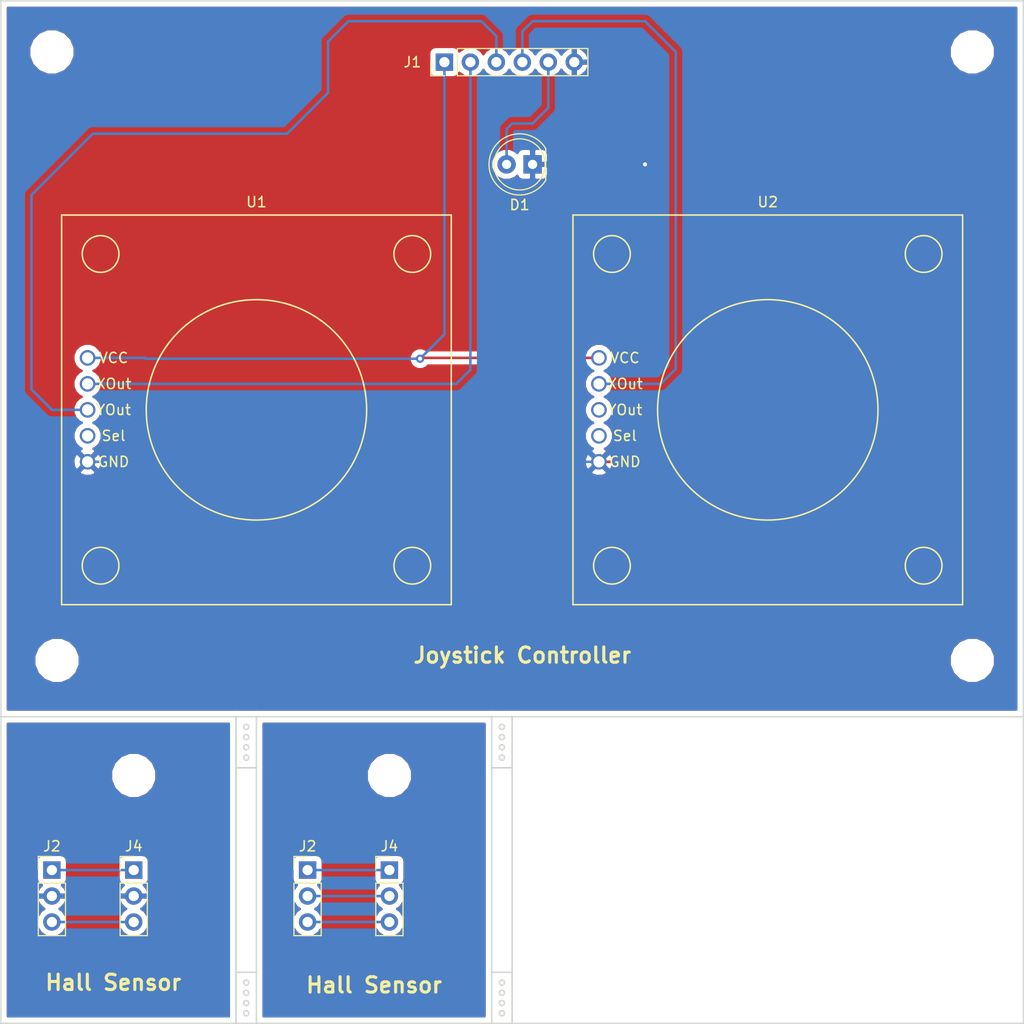
<source format=kicad_pcb>
(kicad_pcb (version 20171130) (host pcbnew "(5.0.2)-1")

  (general
    (thickness 1.6)
    (drawings 42)
    (tracks 51)
    (zones 0)
    (modules 14)
    (nets 13)
  )

  (page A4)
  (layers
    (0 F.Cu signal)
    (31 B.Cu signal)
    (32 B.Adhes user)
    (33 F.Adhes user)
    (34 B.Paste user)
    (35 F.Paste user)
    (36 B.SilkS user)
    (37 F.SilkS user)
    (38 B.Mask user)
    (39 F.Mask user)
    (40 Dwgs.User user)
    (41 Cmts.User user)
    (42 Eco1.User user)
    (43 Eco2.User user)
    (44 Edge.Cuts user)
    (45 Margin user)
    (46 B.CrtYd user)
    (47 F.CrtYd user)
    (48 B.Fab user)
    (49 F.Fab user)
  )

  (setup
    (last_trace_width 0.25)
    (trace_clearance 0.2)
    (zone_clearance 0.508)
    (zone_45_only no)
    (trace_min 0.2)
    (segment_width 0.2)
    (edge_width 0.15)
    (via_size 0.8)
    (via_drill 0.4)
    (via_min_size 0.4)
    (via_min_drill 0.3)
    (uvia_size 0.3)
    (uvia_drill 0.1)
    (uvias_allowed no)
    (uvia_min_size 0.2)
    (uvia_min_drill 0.1)
    (pcb_text_width 0.3)
    (pcb_text_size 1.5 1.5)
    (mod_edge_width 0.15)
    (mod_text_size 1 1)
    (mod_text_width 0.15)
    (pad_size 1.524 1.524)
    (pad_drill 0.762)
    (pad_to_mask_clearance 0.051)
    (solder_mask_min_width 0.25)
    (aux_axis_origin 0 0)
    (visible_elements 7FFFFFFF)
    (pcbplotparams
      (layerselection 0x010fc_ffffffff)
      (usegerberextensions true)
      (usegerberattributes false)
      (usegerberadvancedattributes false)
      (creategerberjobfile false)
      (excludeedgelayer true)
      (linewidth 0.100000)
      (plotframeref false)
      (viasonmask false)
      (mode 1)
      (useauxorigin false)
      (hpglpennumber 1)
      (hpglpenspeed 20)
      (hpglpendiameter 15.000000)
      (psnegative false)
      (psa4output false)
      (plotreference true)
      (plotvalue true)
      (plotinvisibletext false)
      (padsonsilk false)
      (subtractmaskfromsilk true)
      (outputformat 1)
      (mirror false)
      (drillshape 0)
      (scaleselection 1)
      (outputdirectory "gerbers/"))
  )

  (net 0 "")
  (net 1 "Net-(D1-Pad1)")
  (net 2 "Net-(U1-Pad4)")
  (net 3 "Net-(J1-Pad3)")
  (net 4 "Net-(J1-Pad2)")
  (net 5 "Net-(J1-Pad1)")
  (net 6 "Net-(J1-Pad4)")
  (net 7 "Net-(U2-Pad3)")
  (net 8 "Net-(U2-Pad4)")
  (net 9 "Net-(D1-Pad2)")
  (net 10 "Net-(J2-Pad1)")
  (net 11 "Net-(J2-Pad2)")
  (net 12 "Net-(J2-Pad3)")

  (net_class Default "This is the default net class."
    (clearance 0.2)
    (trace_width 0.25)
    (via_dia 0.8)
    (via_drill 0.4)
    (uvia_dia 0.3)
    (uvia_drill 0.1)
    (add_net "Net-(D1-Pad1)")
    (add_net "Net-(D1-Pad2)")
    (add_net "Net-(J1-Pad1)")
    (add_net "Net-(J1-Pad2)")
    (add_net "Net-(J1-Pad3)")
    (add_net "Net-(J1-Pad4)")
    (add_net "Net-(J2-Pad1)")
    (add_net "Net-(J2-Pad2)")
    (add_net "Net-(J2-Pad3)")
    (add_net "Net-(U1-Pad4)")
    (add_net "Net-(U2-Pad3)")
    (add_net "Net-(U2-Pad4)")
  )

  (module MountingHole:MountingHole_3.2mm_M3 (layer F.Cu) (tedit 60E8786E) (tstamp 60E9DE18)
    (at 133 110.75)
    (descr "Mounting Hole 3.2mm, no annular, M3")
    (tags "mounting hole 3.2mm no annular m3")
    (attr virtual)
    (fp_text reference "" (at 0 -4.2) (layer F.SilkS)
      (effects (font (size 1 1) (thickness 0.15)))
    )
    (fp_text value "" (at 0 4.2) (layer F.Fab)
      (effects (font (size 1 1) (thickness 0.15)))
    )
    (fp_circle (center 0 0) (end 3.45 0) (layer F.CrtYd) (width 0.05))
    (fp_circle (center 0 0) (end 3.2 0) (layer Cmts.User) (width 0.15))
    (fp_text user %R (at 0.3 0) (layer F.Fab)
      (effects (font (size 1 1) (thickness 0.15)))
    )
    (pad 1 np_thru_hole circle (at 0 0) (size 3.2 3.2) (drill 3.2) (layers *.Cu *.Mask))
  )

  (module Connector_PinHeader_2.54mm:PinHeader_1x03_P2.54mm_Vertical (layer F.Cu) (tedit 60E877F0) (tstamp 60E9DE02)
    (at 125 120)
    (descr "Through hole straight pin header, 1x03, 2.54mm pitch, single row")
    (tags "Through hole pin header THT 1x03 2.54mm single row")
    (path /60E88E80)
    (fp_text reference J2 (at 0 -2.33) (layer F.SilkS)
      (effects (font (size 1 1) (thickness 0.15)))
    )
    (fp_text value "" (at 0 7.41) (layer F.Fab)
      (effects (font (size 1 1) (thickness 0.15)))
    )
    (fp_text user %R (at 0 2.54 90) (layer F.Fab)
      (effects (font (size 1 1) (thickness 0.15)))
    )
    (fp_line (start 1.8 -1.8) (end -1.8 -1.8) (layer F.CrtYd) (width 0.05))
    (fp_line (start 1.8 6.85) (end 1.8 -1.8) (layer F.CrtYd) (width 0.05))
    (fp_line (start -1.8 6.85) (end 1.8 6.85) (layer F.CrtYd) (width 0.05))
    (fp_line (start -1.8 -1.8) (end -1.8 6.85) (layer F.CrtYd) (width 0.05))
    (fp_line (start -1.33 -1.33) (end 0 -1.33) (layer F.SilkS) (width 0.12))
    (fp_line (start -1.33 0) (end -1.33 -1.33) (layer F.SilkS) (width 0.12))
    (fp_line (start -1.33 1.27) (end 1.33 1.27) (layer F.SilkS) (width 0.12))
    (fp_line (start 1.33 1.27) (end 1.33 6.41) (layer F.SilkS) (width 0.12))
    (fp_line (start -1.33 1.27) (end -1.33 6.41) (layer F.SilkS) (width 0.12))
    (fp_line (start -1.33 6.41) (end 1.33 6.41) (layer F.SilkS) (width 0.12))
    (fp_line (start -1.27 -0.635) (end -0.635 -1.27) (layer F.Fab) (width 0.1))
    (fp_line (start -1.27 6.35) (end -1.27 -0.635) (layer F.Fab) (width 0.1))
    (fp_line (start 1.27 6.35) (end -1.27 6.35) (layer F.Fab) (width 0.1))
    (fp_line (start 1.27 -1.27) (end 1.27 6.35) (layer F.Fab) (width 0.1))
    (fp_line (start -0.635 -1.27) (end 1.27 -1.27) (layer F.Fab) (width 0.1))
    (pad 3 thru_hole oval (at 0 5.08) (size 1.7 1.7) (drill 1) (layers *.Cu *.Mask))
    (pad 2 thru_hole oval (at 0 2.54) (size 1.7 1.7) (drill 1) (layers *.Cu *.Mask))
    (pad 1 thru_hole rect (at 0 0) (size 1.7 1.7) (drill 1) (layers *.Cu *.Mask))
    (model ${KISYS3DMOD}/Connector_PinHeader_2.54mm.3dshapes/PinHeader_1x03_P2.54mm_Vertical.wrl
      (at (xyz 0 0 0))
      (scale (xyz 1 1 1))
      (rotate (xyz 0 0 0))
    )
  )

  (module Connector_PinHeader_2.54mm:PinHeader_1x03_P2.54mm_Vertical (layer F.Cu) (tedit 59FED5CC) (tstamp 60E9DDEC)
    (at 133 120)
    (descr "Through hole straight pin header, 1x03, 2.54mm pitch, single row")
    (tags "Through hole pin header THT 1x03 2.54mm single row")
    (path /60E88F9B)
    (fp_text reference J4 (at 0 -2.33) (layer F.SilkS)
      (effects (font (size 1 1) (thickness 0.15)))
    )
    (fp_text value Hall (at 0 7.41) (layer F.Fab)
      (effects (font (size 1 1) (thickness 0.15)))
    )
    (fp_text user %R (at 0 2.54 90) (layer F.Fab)
      (effects (font (size 1 1) (thickness 0.15)))
    )
    (fp_line (start 1.8 -1.8) (end -1.8 -1.8) (layer F.CrtYd) (width 0.05))
    (fp_line (start 1.8 6.85) (end 1.8 -1.8) (layer F.CrtYd) (width 0.05))
    (fp_line (start -1.8 6.85) (end 1.8 6.85) (layer F.CrtYd) (width 0.05))
    (fp_line (start -1.8 -1.8) (end -1.8 6.85) (layer F.CrtYd) (width 0.05))
    (fp_line (start -1.33 -1.33) (end 0 -1.33) (layer F.SilkS) (width 0.12))
    (fp_line (start -1.33 0) (end -1.33 -1.33) (layer F.SilkS) (width 0.12))
    (fp_line (start -1.33 1.27) (end 1.33 1.27) (layer F.SilkS) (width 0.12))
    (fp_line (start 1.33 1.27) (end 1.33 6.41) (layer F.SilkS) (width 0.12))
    (fp_line (start -1.33 1.27) (end -1.33 6.41) (layer F.SilkS) (width 0.12))
    (fp_line (start -1.33 6.41) (end 1.33 6.41) (layer F.SilkS) (width 0.12))
    (fp_line (start -1.27 -0.635) (end -0.635 -1.27) (layer F.Fab) (width 0.1))
    (fp_line (start -1.27 6.35) (end -1.27 -0.635) (layer F.Fab) (width 0.1))
    (fp_line (start 1.27 6.35) (end -1.27 6.35) (layer F.Fab) (width 0.1))
    (fp_line (start 1.27 -1.27) (end 1.27 6.35) (layer F.Fab) (width 0.1))
    (fp_line (start -0.635 -1.27) (end 1.27 -1.27) (layer F.Fab) (width 0.1))
    (pad 3 thru_hole oval (at 0 5.08) (size 1.7 1.7) (drill 1) (layers *.Cu *.Mask))
    (pad 2 thru_hole oval (at 0 2.54) (size 1.7 1.7) (drill 1) (layers *.Cu *.Mask))
    (pad 1 thru_hole rect (at 0 0) (size 1.7 1.7) (drill 1) (layers *.Cu *.Mask))
    (model ${HOMESCOPE}/Hall.STEP
      (offset (xyz -1 -2.5 5))
      (scale (xyz 2 2 2))
      (rotate (xyz -90 0 90))
    )
  )

  (module MountingHole:MountingHole_3.2mm_M3 (layer F.Cu) (tedit 60E8786E) (tstamp 60F5D52D)
    (at 108 110.75)
    (descr "Mounting Hole 3.2mm, no annular, M3")
    (tags "mounting hole 3.2mm no annular m3")
    (attr virtual)
    (fp_text reference "" (at 0 -4.2) (layer F.SilkS)
      (effects (font (size 1 1) (thickness 0.15)))
    )
    (fp_text value "" (at 0 4.2) (layer F.Fab)
      (effects (font (size 1 1) (thickness 0.15)))
    )
    (fp_text user %R (at 0.3 0) (layer F.Fab)
      (effects (font (size 1 1) (thickness 0.15)))
    )
    (fp_circle (center 0 0) (end 3.2 0) (layer Cmts.User) (width 0.15))
    (fp_circle (center 0 0) (end 3.45 0) (layer F.CrtYd) (width 0.05))
    (pad 1 np_thru_hole circle (at 0 0) (size 3.2 3.2) (drill 3.2) (layers *.Cu *.Mask))
  )

  (module MountingHole:MountingHole_3.2mm_M3 (layer F.Cu) (tedit 60E87851) (tstamp 60F5D52D)
    (at 100.5 99.5)
    (descr "Mounting Hole 3.2mm, no annular, M3")
    (tags "mounting hole 3.2mm no annular m3")
    (attr virtual)
    (fp_text reference "" (at 0 -4.2) (layer F.SilkS)
      (effects (font (size 1 1) (thickness 0.15)))
    )
    (fp_text value "" (at 0 4.2) (layer F.Fab)
      (effects (font (size 1 1) (thickness 0.15)))
    )
    (fp_text user %R (at 0.3 0) (layer F.Fab)
      (effects (font (size 1 1) (thickness 0.15)))
    )
    (fp_circle (center 0 0) (end 3.2 0) (layer Cmts.User) (width 0.15))
    (fp_circle (center 0 0) (end 3.45 0) (layer F.CrtYd) (width 0.05))
    (pad 1 np_thru_hole circle (at 0 0) (size 3.2 3.2) (drill 3.2) (layers *.Cu *.Mask))
  )

  (module MountingHole:MountingHole_3.2mm_M3 (layer F.Cu) (tedit 60E8783E) (tstamp 60F5D52D)
    (at 190 99.5)
    (descr "Mounting Hole 3.2mm, no annular, M3")
    (tags "mounting hole 3.2mm no annular m3")
    (attr virtual)
    (fp_text reference "" (at 0 -4.2) (layer F.SilkS)
      (effects (font (size 1 1) (thickness 0.15)))
    )
    (fp_text value "" (at 0 4.2) (layer F.Fab)
      (effects (font (size 1 1) (thickness 0.15)))
    )
    (fp_text user %R (at 0.3 0) (layer F.Fab)
      (effects (font (size 1 1) (thickness 0.15)))
    )
    (fp_circle (center 0 0) (end 3.2 0) (layer Cmts.User) (width 0.15))
    (fp_circle (center 0 0) (end 3.45 0) (layer F.CrtYd) (width 0.05))
    (pad 1 np_thru_hole circle (at 0 0) (size 3.2 3.2) (drill 3.2) (layers *.Cu *.Mask))
  )

  (module MountingHole:MountingHole_3.2mm_M3 (layer F.Cu) (tedit 60E87822) (tstamp 60F5D52D)
    (at 190 40)
    (descr "Mounting Hole 3.2mm, no annular, M3")
    (tags "mounting hole 3.2mm no annular m3")
    (attr virtual)
    (fp_text reference "" (at 0 -4.2) (layer F.SilkS)
      (effects (font (size 1 1) (thickness 0.15)))
    )
    (fp_text value "" (at 0 4.2) (layer F.Fab)
      (effects (font (size 1 1) (thickness 0.15)))
    )
    (fp_text user %R (at 0.3 0) (layer F.Fab)
      (effects (font (size 1 1) (thickness 0.15)))
    )
    (fp_circle (center 0 0) (end 3.2 0) (layer Cmts.User) (width 0.15))
    (fp_circle (center 0 0) (end 3.45 0) (layer F.CrtYd) (width 0.05))
    (pad 1 np_thru_hole circle (at 0 0) (size 3.2 3.2) (drill 3.2) (layers *.Cu *.Mask))
  )

  (module Connector_PinHeader_2.54mm:PinHeader_1x03_P2.54mm_Vertical (layer F.Cu) (tedit 59FED5CC) (tstamp 60F5CE9C)
    (at 108 120)
    (descr "Through hole straight pin header, 1x03, 2.54mm pitch, single row")
    (tags "Through hole pin header THT 1x03 2.54mm single row")
    (path /60E88F9B)
    (fp_text reference J4 (at 0 -2.33) (layer F.SilkS)
      (effects (font (size 1 1) (thickness 0.15)))
    )
    (fp_text value Hall (at 0 7.41) (layer F.Fab)
      (effects (font (size 1 1) (thickness 0.15)))
    )
    (fp_line (start -0.635 -1.27) (end 1.27 -1.27) (layer F.Fab) (width 0.1))
    (fp_line (start 1.27 -1.27) (end 1.27 6.35) (layer F.Fab) (width 0.1))
    (fp_line (start 1.27 6.35) (end -1.27 6.35) (layer F.Fab) (width 0.1))
    (fp_line (start -1.27 6.35) (end -1.27 -0.635) (layer F.Fab) (width 0.1))
    (fp_line (start -1.27 -0.635) (end -0.635 -1.27) (layer F.Fab) (width 0.1))
    (fp_line (start -1.33 6.41) (end 1.33 6.41) (layer F.SilkS) (width 0.12))
    (fp_line (start -1.33 1.27) (end -1.33 6.41) (layer F.SilkS) (width 0.12))
    (fp_line (start 1.33 1.27) (end 1.33 6.41) (layer F.SilkS) (width 0.12))
    (fp_line (start -1.33 1.27) (end 1.33 1.27) (layer F.SilkS) (width 0.12))
    (fp_line (start -1.33 0) (end -1.33 -1.33) (layer F.SilkS) (width 0.12))
    (fp_line (start -1.33 -1.33) (end 0 -1.33) (layer F.SilkS) (width 0.12))
    (fp_line (start -1.8 -1.8) (end -1.8 6.85) (layer F.CrtYd) (width 0.05))
    (fp_line (start -1.8 6.85) (end 1.8 6.85) (layer F.CrtYd) (width 0.05))
    (fp_line (start 1.8 6.85) (end 1.8 -1.8) (layer F.CrtYd) (width 0.05))
    (fp_line (start 1.8 -1.8) (end -1.8 -1.8) (layer F.CrtYd) (width 0.05))
    (fp_text user %R (at 0 2.54 90) (layer F.Fab)
      (effects (font (size 1 1) (thickness 0.15)))
    )
    (pad 1 thru_hole rect (at 0 0) (size 1.7 1.7) (drill 1) (layers *.Cu *.Mask)
      (net 10 "Net-(J2-Pad1)"))
    (pad 2 thru_hole oval (at 0 2.54) (size 1.7 1.7) (drill 1) (layers *.Cu *.Mask)
      (net 11 "Net-(J2-Pad2)"))
    (pad 3 thru_hole oval (at 0 5.08) (size 1.7 1.7) (drill 1) (layers *.Cu *.Mask)
      (net 12 "Net-(J2-Pad3)"))
    (model ${HOMESCOPE}/Hall.STEP
      (offset (xyz -1 -2.5 5))
      (scale (xyz 2 2 2))
      (rotate (xyz -90 0 90))
    )
  )

  (module Connector_PinHeader_2.54mm:PinHeader_1x03_P2.54mm_Vertical (layer F.Cu) (tedit 60E877F0) (tstamp 60F5CE6E)
    (at 100 120)
    (descr "Through hole straight pin header, 1x03, 2.54mm pitch, single row")
    (tags "Through hole pin header THT 1x03 2.54mm single row")
    (path /60E88E80)
    (fp_text reference J2 (at 0 -2.33) (layer F.SilkS)
      (effects (font (size 1 1) (thickness 0.15)))
    )
    (fp_text value "" (at 0 7.41) (layer F.Fab)
      (effects (font (size 1 1) (thickness 0.15)))
    )
    (fp_line (start -0.635 -1.27) (end 1.27 -1.27) (layer F.Fab) (width 0.1))
    (fp_line (start 1.27 -1.27) (end 1.27 6.35) (layer F.Fab) (width 0.1))
    (fp_line (start 1.27 6.35) (end -1.27 6.35) (layer F.Fab) (width 0.1))
    (fp_line (start -1.27 6.35) (end -1.27 -0.635) (layer F.Fab) (width 0.1))
    (fp_line (start -1.27 -0.635) (end -0.635 -1.27) (layer F.Fab) (width 0.1))
    (fp_line (start -1.33 6.41) (end 1.33 6.41) (layer F.SilkS) (width 0.12))
    (fp_line (start -1.33 1.27) (end -1.33 6.41) (layer F.SilkS) (width 0.12))
    (fp_line (start 1.33 1.27) (end 1.33 6.41) (layer F.SilkS) (width 0.12))
    (fp_line (start -1.33 1.27) (end 1.33 1.27) (layer F.SilkS) (width 0.12))
    (fp_line (start -1.33 0) (end -1.33 -1.33) (layer F.SilkS) (width 0.12))
    (fp_line (start -1.33 -1.33) (end 0 -1.33) (layer F.SilkS) (width 0.12))
    (fp_line (start -1.8 -1.8) (end -1.8 6.85) (layer F.CrtYd) (width 0.05))
    (fp_line (start -1.8 6.85) (end 1.8 6.85) (layer F.CrtYd) (width 0.05))
    (fp_line (start 1.8 6.85) (end 1.8 -1.8) (layer F.CrtYd) (width 0.05))
    (fp_line (start 1.8 -1.8) (end -1.8 -1.8) (layer F.CrtYd) (width 0.05))
    (fp_text user %R (at 0 2.54 90) (layer F.Fab)
      (effects (font (size 1 1) (thickness 0.15)))
    )
    (pad 1 thru_hole rect (at 0 0) (size 1.7 1.7) (drill 1) (layers *.Cu *.Mask)
      (net 10 "Net-(J2-Pad1)"))
    (pad 2 thru_hole oval (at 0 2.54) (size 1.7 1.7) (drill 1) (layers *.Cu *.Mask)
      (net 11 "Net-(J2-Pad2)"))
    (pad 3 thru_hole oval (at 0 5.08) (size 1.7 1.7) (drill 1) (layers *.Cu *.Mask)
      (net 12 "Net-(J2-Pad3)"))
    (model ${KISYS3DMOD}/Connector_PinHeader_2.54mm.3dshapes/PinHeader_1x03_P2.54mm_Vertical.wrl
      (at (xyz 0 0 0))
      (scale (xyz 1 1 1))
      (rotate (xyz 0 0 0))
    )
  )

  (module Connector_PinHeader_2.54mm:PinHeader_1x06_P2.54mm_Vertical (layer F.Cu) (tedit 60F854BE) (tstamp 60F5CE57)
    (at 138.38 41 90)
    (descr "Through hole straight pin header, 1x06, 2.54mm pitch, single row")
    (tags "Through hole pin header THT 1x06 2.54mm single row")
    (path /60E86CBD)
    (fp_text reference J1 (at 0 -3.13 180) (layer F.SilkS)
      (effects (font (size 1 1) (thickness 0.15)))
    )
    (fp_text value "" (at 0 16.62 90) (layer F.Fab)
      (effects (font (size 1 1) (thickness 0.15)))
    )
    (fp_line (start -0.635 -1.27) (end 1.27 -1.27) (layer F.Fab) (width 0.1))
    (fp_line (start 1.27 -1.27) (end 1.27 13.97) (layer F.Fab) (width 0.1))
    (fp_line (start 1.27 13.97) (end -1.27 13.97) (layer F.Fab) (width 0.1))
    (fp_line (start -1.27 13.97) (end -1.27 -0.635) (layer F.Fab) (width 0.1))
    (fp_line (start -1.27 -0.635) (end -0.635 -1.27) (layer F.Fab) (width 0.1))
    (fp_line (start -1.33 14.03) (end 1.33 14.03) (layer F.SilkS) (width 0.12))
    (fp_line (start -1.33 1.27) (end -1.33 14.03) (layer F.SilkS) (width 0.12))
    (fp_line (start 1.33 1.27) (end 1.33 14.03) (layer F.SilkS) (width 0.12))
    (fp_line (start -1.33 1.27) (end 1.33 1.27) (layer F.SilkS) (width 0.12))
    (fp_line (start -1.33 0) (end -1.33 -1.33) (layer F.SilkS) (width 0.12))
    (fp_line (start -1.33 -1.33) (end 0 -1.33) (layer F.SilkS) (width 0.12))
    (fp_line (start -1.8 -1.8) (end -1.8 14.5) (layer F.CrtYd) (width 0.05))
    (fp_line (start -1.8 14.5) (end 1.8 14.5) (layer F.CrtYd) (width 0.05))
    (fp_line (start 1.8 14.5) (end 1.8 -1.8) (layer F.CrtYd) (width 0.05))
    (fp_line (start 1.8 -1.8) (end -1.8 -1.8) (layer F.CrtYd) (width 0.05))
    (fp_text user %R (at 0 6.35 180) (layer F.Fab)
      (effects (font (size 1 1) (thickness 0.15)))
    )
    (pad 1 thru_hole rect (at 0 0 90) (size 1.7 1.7) (drill 1) (layers *.Cu *.Mask)
      (net 5 "Net-(J1-Pad1)"))
    (pad 2 thru_hole oval (at 0 2.54 90) (size 1.7 1.7) (drill 1) (layers *.Cu *.Mask)
      (net 4 "Net-(J1-Pad2)"))
    (pad 3 thru_hole oval (at 0 5.08 90) (size 1.7 1.7) (drill 1) (layers *.Cu *.Mask)
      (net 3 "Net-(J1-Pad3)"))
    (pad 4 thru_hole oval (at 0 7.62 90) (size 1.7 1.7) (drill 1) (layers *.Cu *.Mask)
      (net 6 "Net-(J1-Pad4)"))
    (pad 5 thru_hole oval (at 0 10.16 90) (size 1.7 1.7) (drill 1) (layers *.Cu *.Mask)
      (net 9 "Net-(D1-Pad2)"))
    (pad 6 thru_hole oval (at 0 12.7 90) (size 1.7 1.7) (drill 1) (layers *.Cu *.Mask)
      (net 1 "Net-(D1-Pad1)"))
    (model ${KISYS3DMOD}/Connector_PinHeader_2.54mm.3dshapes/PinHeader_1x06_P2.54mm_Vertical.wrl
      (at (xyz 0 0 0))
      (scale (xyz 1 1 1))
      (rotate (xyz 0 0 0))
    )
  )

  (module LED_THT:LED_D5.0mm (layer F.Cu) (tedit 5995936A) (tstamp 60F5CE3D)
    (at 147 51 180)
    (descr "LED, diameter 5.0mm, 2 pins, http://cdn-reichelt.de/documents/datenblatt/A500/LL-504BC2E-009.pdf")
    (tags "LED diameter 5.0mm 2 pins")
    (path /60E87A97)
    (fp_text reference D1 (at 1.27 -3.96 180) (layer F.SilkS)
      (effects (font (size 1 1) (thickness 0.15)))
    )
    (fp_text value LED (at 1.27 3.96 180) (layer F.Fab)
      (effects (font (size 1 1) (thickness 0.15)))
    )
    (fp_arc (start 1.27 0) (end -1.23 -1.469694) (angle 299.1) (layer F.Fab) (width 0.1))
    (fp_arc (start 1.27 0) (end -1.29 -1.54483) (angle 148.9) (layer F.SilkS) (width 0.12))
    (fp_arc (start 1.27 0) (end -1.29 1.54483) (angle -148.9) (layer F.SilkS) (width 0.12))
    (fp_circle (center 1.27 0) (end 3.77 0) (layer F.Fab) (width 0.1))
    (fp_circle (center 1.27 0) (end 3.77 0) (layer F.SilkS) (width 0.12))
    (fp_line (start -1.23 -1.469694) (end -1.23 1.469694) (layer F.Fab) (width 0.1))
    (fp_line (start -1.29 -1.545) (end -1.29 1.545) (layer F.SilkS) (width 0.12))
    (fp_line (start -1.95 -3.25) (end -1.95 3.25) (layer F.CrtYd) (width 0.05))
    (fp_line (start -1.95 3.25) (end 4.5 3.25) (layer F.CrtYd) (width 0.05))
    (fp_line (start 4.5 3.25) (end 4.5 -3.25) (layer F.CrtYd) (width 0.05))
    (fp_line (start 4.5 -3.25) (end -1.95 -3.25) (layer F.CrtYd) (width 0.05))
    (fp_text user %R (at 1.25 0 180) (layer F.Fab)
      (effects (font (size 0.8 0.8) (thickness 0.2)))
    )
    (pad 1 thru_hole rect (at 0 0 180) (size 1.8 1.8) (drill 0.9) (layers *.Cu *.Mask)
      (net 1 "Net-(D1-Pad1)"))
    (pad 2 thru_hole circle (at 2.54 0 180) (size 1.8 1.8) (drill 0.9) (layers *.Cu *.Mask)
      (net 9 "Net-(D1-Pad2)"))
    (model ${KISYS3DMOD}/LED_THT.3dshapes/LED_D5.0mm.wrl
      (at (xyz 0 0 0))
      (scale (xyz 1 1 1))
      (rotate (xyz 0 0 0))
    )
  )

  (module adafruit_joystick:ADA_joystick (layer F.Cu) (tedit 5C2D5CB0) (tstamp 60F5CE2B)
    (at 170 75)
    (path /60E86F06)
    (fp_text reference U2 (at 0 -20.32) (layer F.SilkS)
      (effects (font (size 1 1) (thickness 0.15)))
    )
    (fp_text value Joystick_Z (at 0 20.32) (layer F.Fab)
      (effects (font (size 1 1) (thickness 0.15)))
    )
    (fp_text user GND (at -13.97 5.08) (layer F.SilkS)
      (effects (font (size 1 1) (thickness 0.15)))
    )
    (fp_text user Sel (at -13.97 2.54) (layer F.SilkS)
      (effects (font (size 1 1) (thickness 0.15)))
    )
    (fp_text user YOut (at -13.97 0) (layer F.SilkS)
      (effects (font (size 1 1) (thickness 0.15)))
    )
    (fp_text user XOut (at -13.97 -2.54) (layer F.SilkS)
      (effects (font (size 1 1) (thickness 0.15)))
    )
    (fp_text user VCC (at -13.97 -5.08) (layer F.SilkS)
      (effects (font (size 1 1) (thickness 0.15)))
    )
    (fp_line (start -19.05 -19.05) (end 19.05 -19.05) (layer F.SilkS) (width 0.15))
    (fp_line (start 19.05 19.05) (end -19.05 19.05) (layer F.SilkS) (width 0.15))
    (fp_line (start -19.05 19.05) (end -19.05 -19.05) (layer F.SilkS) (width 0.15))
    (fp_line (start 19.05 -19.05) (end 19.05 19.05) (layer F.SilkS) (width 0.15))
    (fp_circle (center 0 0) (end 7.62 -7.62) (layer F.SilkS) (width 0.15))
    (fp_circle (center -15.24 -15.24) (end -16.51 -16.51) (layer F.SilkS) (width 0.15))
    (fp_circle (center -15.24 15.24) (end -16.51 13.97) (layer F.SilkS) (width 0.15))
    (fp_circle (center 15.24 -15.24) (end 13.97 -16.51) (layer F.SilkS) (width 0.15))
    (fp_circle (center 15.24 15.24) (end 13.97 13.97) (layer F.SilkS) (width 0.15))
    (pad 1 thru_hole circle (at -16.51 -5.08) (size 1.524 1.524) (drill 1.1) (layers *.Cu *.Mask)
      (net 5 "Net-(J1-Pad1)"))
    (pad 2 thru_hole circle (at -16.51 -2.54) (size 1.524 1.524) (drill 1.1) (layers *.Cu *.Mask)
      (net 6 "Net-(J1-Pad4)"))
    (pad 3 thru_hole circle (at -16.51 0) (size 1.524 1.524) (drill 1.1) (layers *.Cu *.Mask)
      (net 7 "Net-(U2-Pad3)"))
    (pad 4 thru_hole circle (at -16.51 2.54) (size 1.524 1.524) (drill 1.1) (layers *.Cu *.Mask)
      (net 8 "Net-(U2-Pad4)"))
    (pad 5 thru_hole circle (at -16.51 5.08) (size 1.524 1.524) (drill 1.1) (layers *.Cu *.Mask)
      (net 1 "Net-(D1-Pad1)"))
    (model ${HOMESCOPE}/COM-09032--3DModel-STEP-56544.STEP
      (at (xyz 0 0 0))
      (scale (xyz 1 1 1))
      (rotate (xyz -90 0 90))
    )
  )

  (module adafruit_joystick:ADA_joystick (layer F.Cu) (tedit 5C2D5CB0) (tstamp 60F5CE14)
    (at 120 75)
    (path /60E86E53)
    (fp_text reference U1 (at 0 -20.32) (layer F.SilkS)
      (effects (font (size 1 1) (thickness 0.15)))
    )
    (fp_text value Joystick_XY (at 0 20.32) (layer F.Fab)
      (effects (font (size 1 1) (thickness 0.15)))
    )
    (fp_circle (center 15.24 15.24) (end 13.97 13.97) (layer F.SilkS) (width 0.15))
    (fp_circle (center 15.24 -15.24) (end 13.97 -16.51) (layer F.SilkS) (width 0.15))
    (fp_circle (center -15.24 15.24) (end -16.51 13.97) (layer F.SilkS) (width 0.15))
    (fp_circle (center -15.24 -15.24) (end -16.51 -16.51) (layer F.SilkS) (width 0.15))
    (fp_circle (center 0 0) (end 7.62 -7.62) (layer F.SilkS) (width 0.15))
    (fp_line (start 19.05 -19.05) (end 19.05 19.05) (layer F.SilkS) (width 0.15))
    (fp_line (start -19.05 19.05) (end -19.05 -19.05) (layer F.SilkS) (width 0.15))
    (fp_line (start 19.05 19.05) (end -19.05 19.05) (layer F.SilkS) (width 0.15))
    (fp_line (start -19.05 -19.05) (end 19.05 -19.05) (layer F.SilkS) (width 0.15))
    (fp_text user VCC (at -13.97 -5.08) (layer F.SilkS)
      (effects (font (size 1 1) (thickness 0.15)))
    )
    (fp_text user XOut (at -13.97 -2.54) (layer F.SilkS)
      (effects (font (size 1 1) (thickness 0.15)))
    )
    (fp_text user YOut (at -13.97 0) (layer F.SilkS)
      (effects (font (size 1 1) (thickness 0.15)))
    )
    (fp_text user Sel (at -13.97 2.54) (layer F.SilkS)
      (effects (font (size 1 1) (thickness 0.15)))
    )
    (fp_text user GND (at -13.97 5.08) (layer F.SilkS)
      (effects (font (size 1 1) (thickness 0.15)))
    )
    (pad 5 thru_hole circle (at -16.51 5.08) (size 1.524 1.524) (drill 1.1) (layers *.Cu *.Mask)
      (net 1 "Net-(D1-Pad1)"))
    (pad 4 thru_hole circle (at -16.51 2.54) (size 1.524 1.524) (drill 1.1) (layers *.Cu *.Mask)
      (net 2 "Net-(U1-Pad4)"))
    (pad 3 thru_hole circle (at -16.51 0) (size 1.524 1.524) (drill 1.1) (layers *.Cu *.Mask)
      (net 3 "Net-(J1-Pad3)"))
    (pad 2 thru_hole circle (at -16.51 -2.54) (size 1.524 1.524) (drill 1.1) (layers *.Cu *.Mask)
      (net 4 "Net-(J1-Pad2)"))
    (pad 1 thru_hole circle (at -16.51 -5.08) (size 1.524 1.524) (drill 1.1) (layers *.Cu *.Mask)
      (net 5 "Net-(J1-Pad1)"))
    (model ${HOMESCOPE}/COM-09032--3DModel-STEP-56544.STEP
      (at (xyz 0 0 0))
      (scale (xyz 1 1 1))
      (rotate (xyz -90 0 90))
    )
  )

  (module MountingHole:MountingHole_3.2mm_M3 (layer F.Cu) (tedit 60E87813) (tstamp 60F5E676)
    (at 100 40)
    (descr "Mounting Hole 3.2mm, no annular, M3")
    (tags "mounting hole 3.2mm no annular m3")
    (attr virtual)
    (fp_text reference "" (at 0 -4.2) (layer F.SilkS)
      (effects (font (size 1 1) (thickness 0.15)))
    )
    (fp_text value "" (at 0 4.2) (layer F.Fab)
      (effects (font (size 1 1) (thickness 0.15)))
    )
    (fp_circle (center 0 0) (end 3.45 0) (layer F.CrtYd) (width 0.05))
    (fp_circle (center 0 0) (end 3.2 0) (layer Cmts.User) (width 0.15))
    (fp_text user %R (at 0.3 0) (layer F.Fab)
      (effects (font (size 1 1) (thickness 0.15)))
    )
    (pad 1 np_thru_hole circle (at 0 0) (size 3.2 3.2) (drill 3.2) (layers *.Cu *.Mask))
  )

  (gr_circle (center 119 108) (end 119.25 108) (layer Edge.Cuts) (width 0.15) (tstamp 60F8540E))
  (gr_circle (center 119 106) (end 119.25 106) (layer Edge.Cuts) (width 0.15) (tstamp 60F8540D))
  (gr_circle (center 119 109) (end 119.25 109) (layer Edge.Cuts) (width 0.15) (tstamp 60F8540C))
  (gr_circle (center 119 107) (end 119.25 107) (layer Edge.Cuts) (width 0.15) (tstamp 60F8540B))
  (gr_line (start 143 110) (end 143 130) (layer Edge.Cuts) (width 0.15) (tstamp 60F85237))
  (gr_line (start 145 110) (end 145 130) (layer Edge.Cuts) (width 0.15) (tstamp 60F85236))
  (gr_line (start 145 130) (end 145 135) (layer Edge.Cuts) (width 0.15) (tstamp 60F85235))
  (gr_circle (center 144 133) (end 144.25 133) (layer Edge.Cuts) (width 0.15) (tstamp 60F85234))
  (gr_circle (center 144 108) (end 144.25 108) (layer Edge.Cuts) (width 0.15) (tstamp 60F85233))
  (gr_circle (center 144 106) (end 144.25 106) (layer Edge.Cuts) (width 0.15) (tstamp 60F85232))
  (gr_circle (center 144 109) (end 144.25 109) (layer Edge.Cuts) (width 0.15) (tstamp 60F85231))
  (gr_circle (center 144 107) (end 144.25 107) (layer Edge.Cuts) (width 0.15) (tstamp 60F85230))
  (gr_line (start 145 110) (end 143 110) (layer Edge.Cuts) (width 0.15) (tstamp 60F8522F))
  (gr_line (start 145 110) (end 145 105) (layer Edge.Cuts) (width 0.15) (tstamp 60F8522E))
  (gr_circle (center 144 131) (end 144.25 131) (layer Edge.Cuts) (width 0.15) (tstamp 60F8522D))
  (gr_line (start 143 130) (end 145 130) (layer Edge.Cuts) (width 0.15) (tstamp 60F8522C))
  (gr_line (start 143 130) (end 143 135) (layer Edge.Cuts) (width 0.15) (tstamp 60F8522B))
  (gr_line (start 143 110) (end 143 105) (layer Edge.Cuts) (width 0.15) (tstamp 60F8522A))
  (gr_circle (center 144 132) (end 144.25 132) (layer Edge.Cuts) (width 0.15) (tstamp 60F85229))
  (gr_circle (center 144 134) (end 144.25 134) (layer Edge.Cuts) (width 0.15) (tstamp 60F85228))
  (gr_line (start 120 130) (end 120 135) (layer Edge.Cuts) (width 0.15))
  (gr_line (start 120 110) (end 120 130) (layer Edge.Cuts) (width 0.15))
  (gr_line (start 118 110) (end 118 130) (layer Edge.Cuts) (width 0.15))
  (gr_line (start 118 130) (end 118 135) (layer Edge.Cuts) (width 0.15))
  (gr_line (start 118 110) (end 118 105) (layer Edge.Cuts) (width 0.15))
  (gr_line (start 120 110) (end 120 105) (layer Edge.Cuts) (width 0.15))
  (gr_circle (center 119 132) (end 119.25 132) (layer Edge.Cuts) (width 0.15) (tstamp 60F84C87))
  (gr_circle (center 119 131) (end 119.25 131) (layer Edge.Cuts) (width 0.15) (tstamp 60F84C86))
  (gr_circle (center 119 134) (end 119.25 134) (layer Edge.Cuts) (width 0.15) (tstamp 60F84C85))
  (gr_circle (center 119 133) (end 119.25 133) (layer Edge.Cuts) (width 0.15) (tstamp 60F84C84))
  (gr_line (start 120 110) (end 118 110) (layer Edge.Cuts) (width 0.15))
  (gr_line (start 118 130) (end 120 130) (layer Edge.Cuts) (width 0.15))
  (gr_line (start 95 105) (end 195 105) (layer Edge.Cuts) (width 0.15))
  (gr_line (start 195 135) (end 195 105) (layer Edge.Cuts) (width 0.15))
  (gr_line (start 95 135) (end 195 135) (layer Edge.Cuts) (width 0.15))
  (gr_line (start 95 105) (end 95 135) (layer Edge.Cuts) (width 0.15))
  (gr_text "Hall Sensor" (at 131.5 131.25) (layer F.SilkS) (tstamp 60E9DDE6)
    (effects (font (size 1.5 1.5) (thickness 0.3)))
  )
  (gr_text "Joystick Controller" (at 146 99) (layer F.SilkS)
    (effects (font (size 1.5 1.5) (thickness 0.3)))
  )
  (gr_text "Hall Sensor" (at 106 131) (layer F.SilkS)
    (effects (font (size 1.5 1.5) (thickness 0.3)))
  )
  (gr_line (start 195 35) (end 95 35) (layer Edge.Cuts) (width 0.15))
  (gr_line (start 195 105) (end 195 35) (layer Edge.Cuts) (width 0.15))
  (gr_line (start 95 35) (end 95 105) (layer Edge.Cuts) (width 0.15))

  (segment (start 125 120) (end 133 120) (width 0.25) (layer B.Cu) (net 0) (tstamp 60E9DDEA))
  (segment (start 125 122.54) (end 133 122.54) (width 0.25) (layer B.Cu) (net 0) (tstamp 60E9DDEB))
  (segment (start 125 125.08) (end 133 125.08) (width 0.25) (layer B.Cu) (net 0) (tstamp 60E9DDE7))
  (segment (start 151.08 41) (end 151.08 48.92) (width 0.25) (layer B.Cu) (net 1))
  (segment (start 149 51) (end 147 51) (width 0.25) (layer B.Cu) (net 1))
  (segment (start 151.08 48.92) (end 149 51) (width 0.25) (layer B.Cu) (net 1))
  (segment (start 103.49 80.08) (end 153.49 80.08) (width 0.25) (layer B.Cu) (net 1))
  (via (at 158 51) (size 0.8) (drill 0.4) (layers F.Cu B.Cu) (net 1))
  (segment (start 149 51) (end 158 51) (width 0.25) (layer B.Cu) (net 1))
  (segment (start 158 51) (end 164 51) (width 0.25) (layer F.Cu) (net 1))
  (segment (start 164 51) (end 166 53) (width 0.25) (layer F.Cu) (net 1))
  (segment (start 166 53) (end 166 79) (width 0.25) (layer F.Cu) (net 1))
  (segment (start 164.92 80.08) (end 153.49 80.08) (width 0.25) (layer F.Cu) (net 1))
  (segment (start 166 79) (end 164.92 80.08) (width 0.25) (layer F.Cu) (net 1))
  (segment (start 103.49 75) (end 100 75) (width 0.25) (layer B.Cu) (net 3))
  (segment (start 100 75) (end 98 73) (width 0.25) (layer B.Cu) (net 3))
  (segment (start 143.46 38.46) (end 143.46 41) (width 0.25) (layer B.Cu) (net 3))
  (segment (start 142 37) (end 143.46 38.46) (width 0.25) (layer B.Cu) (net 3))
  (segment (start 98 73) (end 98 54) (width 0.25) (layer B.Cu) (net 3))
  (segment (start 98 54) (end 104 48) (width 0.25) (layer B.Cu) (net 3))
  (segment (start 104 48) (end 123 48) (width 0.25) (layer B.Cu) (net 3))
  (segment (start 123 48) (end 127 44) (width 0.25) (layer B.Cu) (net 3))
  (segment (start 127 44) (end 127 39) (width 0.25) (layer B.Cu) (net 3))
  (segment (start 129 37) (end 142 37) (width 0.25) (layer B.Cu) (net 3))
  (segment (start 127 39) (end 129 37) (width 0.25) (layer B.Cu) (net 3))
  (segment (start 103.49 72.46) (end 139.54 72.46) (width 0.25) (layer B.Cu) (net 4))
  (segment (start 140.92 71.08) (end 140.92 41) (width 0.25) (layer B.Cu) (net 4))
  (segment (start 139.54 72.46) (end 140.92 71.08) (width 0.25) (layer B.Cu) (net 4))
  (segment (start 103.49 69.92) (end 109.08 69.92) (width 0.25) (layer B.Cu) (net 5))
  (segment (start 109.08 69.92) (end 109.16 70) (width 0.25) (layer B.Cu) (net 5))
  (segment (start 109.16 70) (end 136 70) (width 0.25) (layer B.Cu) (net 5))
  (segment (start 138.38 67.62) (end 138.38 41) (width 0.25) (layer B.Cu) (net 5))
  (segment (start 136 70) (end 138.38 67.62) (width 0.25) (layer B.Cu) (net 5))
  (via (at 136 70) (size 0.8) (drill 0.4) (layers F.Cu B.Cu) (net 5))
  (segment (start 153.49 69.92) (end 136.08 69.92) (width 0.25) (layer F.Cu) (net 5))
  (segment (start 136.08 69.92) (end 136 70) (width 0.25) (layer F.Cu) (net 5))
  (segment (start 146 38) (end 147 37) (width 0.25) (layer B.Cu) (net 6))
  (segment (start 159.54 72.46) (end 153.49 72.46) (width 0.25) (layer B.Cu) (net 6))
  (segment (start 147 37) (end 158 37) (width 0.25) (layer B.Cu) (net 6))
  (segment (start 146 41) (end 146 38) (width 0.25) (layer B.Cu) (net 6))
  (segment (start 158 37) (end 161 40) (width 0.25) (layer B.Cu) (net 6))
  (segment (start 161 40) (end 161 71) (width 0.25) (layer B.Cu) (net 6))
  (segment (start 161 71) (end 159.54 72.46) (width 0.25) (layer B.Cu) (net 6))
  (segment (start 144.46 51) (end 144.46 47.54) (width 0.25) (layer B.Cu) (net 9))
  (segment (start 144.46 47.54) (end 145 47) (width 0.25) (layer B.Cu) (net 9))
  (segment (start 145 47) (end 147 47) (width 0.25) (layer B.Cu) (net 9))
  (segment (start 148.54 45.46) (end 148.54 41) (width 0.25) (layer B.Cu) (net 9))
  (segment (start 147 47) (end 148.54 45.46) (width 0.25) (layer B.Cu) (net 9))
  (segment (start 100 120) (end 108 120) (width 0.25) (layer B.Cu) (net 10))
  (segment (start 100 122.54) (end 108 122.54) (width 0.25) (layer B.Cu) (net 11))
  (segment (start 100 125.08) (end 108 125.08) (width 0.25) (layer B.Cu) (net 12))

  (zone (net 1) (net_name "Net-(D1-Pad1)") (layer F.Cu) (tstamp 60F85B80) (hatch edge 0.508)
    (connect_pads (clearance 0.508))
    (min_thickness 0.254)
    (fill yes (arc_segments 16) (thermal_gap 0.508) (thermal_bridge_width 0.508))
    (polygon
      (pts
        (xy 95 35) (xy 195 35) (xy 195 105) (xy 95 105)
      )
    )
    (filled_polygon
      (pts
        (xy 194.29 104.29) (xy 145.069926 104.29) (xy 145 104.276091) (xy 144.930075 104.29) (xy 143.069926 104.29)
        (xy 143 104.276091) (xy 142.930075 104.29) (xy 120.069926 104.29) (xy 120 104.276091) (xy 119.930075 104.29)
        (xy 118.069926 104.29) (xy 118 104.276091) (xy 117.930075 104.29) (xy 95.71 104.29) (xy 95.71 99.055431)
        (xy 98.265 99.055431) (xy 98.265 99.944569) (xy 98.605259 100.766026) (xy 99.233974 101.394741) (xy 100.055431 101.735)
        (xy 100.944569 101.735) (xy 101.766026 101.394741) (xy 102.394741 100.766026) (xy 102.735 99.944569) (xy 102.735 99.055431)
        (xy 187.765 99.055431) (xy 187.765 99.944569) (xy 188.105259 100.766026) (xy 188.733974 101.394741) (xy 189.555431 101.735)
        (xy 190.444569 101.735) (xy 191.266026 101.394741) (xy 191.894741 100.766026) (xy 192.235 99.944569) (xy 192.235 99.055431)
        (xy 191.894741 98.233974) (xy 191.266026 97.605259) (xy 190.444569 97.265) (xy 189.555431 97.265) (xy 188.733974 97.605259)
        (xy 188.105259 98.233974) (xy 187.765 99.055431) (xy 102.735 99.055431) (xy 102.394741 98.233974) (xy 101.766026 97.605259)
        (xy 100.944569 97.265) (xy 100.055431 97.265) (xy 99.233974 97.605259) (xy 98.605259 98.233974) (xy 98.265 99.055431)
        (xy 95.71 99.055431) (xy 95.71 81.060213) (xy 102.689392 81.060213) (xy 102.758857 81.302397) (xy 103.282302 81.489144)
        (xy 103.837368 81.461362) (xy 104.221143 81.302397) (xy 104.290608 81.060213) (xy 152.689392 81.060213) (xy 152.758857 81.302397)
        (xy 153.282302 81.489144) (xy 153.837368 81.461362) (xy 154.221143 81.302397) (xy 154.290608 81.060213) (xy 153.49 80.259605)
        (xy 152.689392 81.060213) (xy 104.290608 81.060213) (xy 103.49 80.259605) (xy 102.689392 81.060213) (xy 95.71 81.060213)
        (xy 95.71 79.872302) (xy 102.080856 79.872302) (xy 102.108638 80.427368) (xy 102.267603 80.811143) (xy 102.509787 80.880608)
        (xy 103.310395 80.08) (xy 103.669605 80.08) (xy 104.470213 80.880608) (xy 104.712397 80.811143) (xy 104.899144 80.287698)
        (xy 104.878353 79.872302) (xy 152.080856 79.872302) (xy 152.108638 80.427368) (xy 152.267603 80.811143) (xy 152.509787 80.880608)
        (xy 153.310395 80.08) (xy 153.669605 80.08) (xy 154.470213 80.880608) (xy 154.712397 80.811143) (xy 154.899144 80.287698)
        (xy 154.871362 79.732632) (xy 154.712397 79.348857) (xy 154.470213 79.279392) (xy 153.669605 80.08) (xy 153.310395 80.08)
        (xy 152.509787 79.279392) (xy 152.267603 79.348857) (xy 152.080856 79.872302) (xy 104.878353 79.872302) (xy 104.871362 79.732632)
        (xy 104.712397 79.348857) (xy 104.470213 79.279392) (xy 103.669605 80.08) (xy 103.310395 80.08) (xy 102.509787 79.279392)
        (xy 102.267603 79.348857) (xy 102.080856 79.872302) (xy 95.71 79.872302) (xy 95.71 69.642119) (xy 102.093 69.642119)
        (xy 102.093 70.197881) (xy 102.30568 70.711337) (xy 102.698663 71.10432) (xy 102.905513 71.19) (xy 102.698663 71.27568)
        (xy 102.30568 71.668663) (xy 102.093 72.182119) (xy 102.093 72.737881) (xy 102.30568 73.251337) (xy 102.698663 73.64432)
        (xy 102.905513 73.73) (xy 102.698663 73.81568) (xy 102.30568 74.208663) (xy 102.093 74.722119) (xy 102.093 75.277881)
        (xy 102.30568 75.791337) (xy 102.698663 76.18432) (xy 102.905513 76.27) (xy 102.698663 76.35568) (xy 102.30568 76.748663)
        (xy 102.093 77.262119) (xy 102.093 77.817881) (xy 102.30568 78.331337) (xy 102.698663 78.72432) (xy 102.889647 78.803428)
        (xy 102.758857 78.857603) (xy 102.689392 79.099787) (xy 103.49 79.900395) (xy 104.290608 79.099787) (xy 104.221143 78.857603)
        (xy 104.080607 78.807465) (xy 104.281337 78.72432) (xy 104.67432 78.331337) (xy 104.887 77.817881) (xy 104.887 77.262119)
        (xy 104.67432 76.748663) (xy 104.281337 76.35568) (xy 104.074487 76.27) (xy 104.281337 76.18432) (xy 104.67432 75.791337)
        (xy 104.887 75.277881) (xy 104.887 74.722119) (xy 104.67432 74.208663) (xy 104.281337 73.81568) (xy 104.074487 73.73)
        (xy 104.281337 73.64432) (xy 104.67432 73.251337) (xy 104.887 72.737881) (xy 104.887 72.182119) (xy 104.67432 71.668663)
        (xy 104.281337 71.27568) (xy 104.074487 71.19) (xy 104.281337 71.10432) (xy 104.67432 70.711337) (xy 104.887 70.197881)
        (xy 104.887 69.794126) (xy 134.965 69.794126) (xy 134.965 70.205874) (xy 135.122569 70.58628) (xy 135.41372 70.877431)
        (xy 135.794126 71.035) (xy 136.205874 71.035) (xy 136.58628 70.877431) (xy 136.783711 70.68) (xy 152.2927 70.68)
        (xy 152.30568 70.711337) (xy 152.698663 71.10432) (xy 152.905513 71.19) (xy 152.698663 71.27568) (xy 152.30568 71.668663)
        (xy 152.093 72.182119) (xy 152.093 72.737881) (xy 152.30568 73.251337) (xy 152.698663 73.64432) (xy 152.905513 73.73)
        (xy 152.698663 73.81568) (xy 152.30568 74.208663) (xy 152.093 74.722119) (xy 152.093 75.277881) (xy 152.30568 75.791337)
        (xy 152.698663 76.18432) (xy 152.905513 76.27) (xy 152.698663 76.35568) (xy 152.30568 76.748663) (xy 152.093 77.262119)
        (xy 152.093 77.817881) (xy 152.30568 78.331337) (xy 152.698663 78.72432) (xy 152.889647 78.803428) (xy 152.758857 78.857603)
        (xy 152.689392 79.099787) (xy 153.49 79.900395) (xy 154.290608 79.099787) (xy 154.221143 78.857603) (xy 154.080607 78.807465)
        (xy 154.281337 78.72432) (xy 154.67432 78.331337) (xy 154.887 77.817881) (xy 154.887 77.262119) (xy 154.67432 76.748663)
        (xy 154.281337 76.35568) (xy 154.074487 76.27) (xy 154.281337 76.18432) (xy 154.67432 75.791337) (xy 154.887 75.277881)
        (xy 154.887 74.722119) (xy 154.67432 74.208663) (xy 154.281337 73.81568) (xy 154.074487 73.73) (xy 154.281337 73.64432)
        (xy 154.67432 73.251337) (xy 154.887 72.737881) (xy 154.887 72.182119) (xy 154.67432 71.668663) (xy 154.281337 71.27568)
        (xy 154.074487 71.19) (xy 154.281337 71.10432) (xy 154.67432 70.711337) (xy 154.887 70.197881) (xy 154.887 69.642119)
        (xy 154.67432 69.128663) (xy 154.281337 68.73568) (xy 153.767881 68.523) (xy 153.212119 68.523) (xy 152.698663 68.73568)
        (xy 152.30568 69.128663) (xy 152.2927 69.16) (xy 136.623711 69.16) (xy 136.58628 69.122569) (xy 136.205874 68.965)
        (xy 135.794126 68.965) (xy 135.41372 69.122569) (xy 135.122569 69.41372) (xy 134.965 69.794126) (xy 104.887 69.794126)
        (xy 104.887 69.642119) (xy 104.67432 69.128663) (xy 104.281337 68.73568) (xy 103.767881 68.523) (xy 103.212119 68.523)
        (xy 102.698663 68.73568) (xy 102.30568 69.128663) (xy 102.093 69.642119) (xy 95.71 69.642119) (xy 95.71 50.69467)
        (xy 142.925 50.69467) (xy 142.925 51.30533) (xy 143.15869 51.869507) (xy 143.590493 52.30131) (xy 144.15467 52.535)
        (xy 144.76533 52.535) (xy 145.329507 52.30131) (xy 145.505861 52.124956) (xy 145.561673 52.259699) (xy 145.740302 52.438327)
        (xy 145.973691 52.535) (xy 146.71425 52.535) (xy 146.873 52.37625) (xy 146.873 51.127) (xy 147.127 51.127)
        (xy 147.127 52.37625) (xy 147.28575 52.535) (xy 148.026309 52.535) (xy 148.259698 52.438327) (xy 148.438327 52.259699)
        (xy 148.535 52.02631) (xy 148.535 51.28575) (xy 148.37625 51.127) (xy 147.127 51.127) (xy 146.873 51.127)
        (xy 146.853 51.127) (xy 146.853 50.873) (xy 146.873 50.873) (xy 146.873 49.62375) (xy 147.127 49.62375)
        (xy 147.127 50.873) (xy 148.37625 50.873) (xy 148.535 50.71425) (xy 148.535 49.97369) (xy 148.438327 49.740301)
        (xy 148.259698 49.561673) (xy 148.026309 49.465) (xy 147.28575 49.465) (xy 147.127 49.62375) (xy 146.873 49.62375)
        (xy 146.71425 49.465) (xy 145.973691 49.465) (xy 145.740302 49.561673) (xy 145.561673 49.740301) (xy 145.505861 49.875044)
        (xy 145.329507 49.69869) (xy 144.76533 49.465) (xy 144.15467 49.465) (xy 143.590493 49.69869) (xy 143.15869 50.130493)
        (xy 142.925 50.69467) (xy 95.71 50.69467) (xy 95.71 39.555431) (xy 97.765 39.555431) (xy 97.765 40.444569)
        (xy 98.105259 41.266026) (xy 98.733974 41.894741) (xy 99.555431 42.235) (xy 100.444569 42.235) (xy 101.266026 41.894741)
        (xy 101.894741 41.266026) (xy 102.235 40.444569) (xy 102.235 40.15) (xy 136.88256 40.15) (xy 136.88256 41.85)
        (xy 136.931843 42.097765) (xy 137.072191 42.307809) (xy 137.282235 42.448157) (xy 137.53 42.49744) (xy 139.23 42.49744)
        (xy 139.477765 42.448157) (xy 139.687809 42.307809) (xy 139.828157 42.097765) (xy 139.837184 42.052381) (xy 139.849375 42.070625)
        (xy 140.340582 42.398839) (xy 140.773744 42.485) (xy 141.066256 42.485) (xy 141.499418 42.398839) (xy 141.990625 42.070625)
        (xy 142.19 41.772239) (xy 142.389375 42.070625) (xy 142.880582 42.398839) (xy 143.313744 42.485) (xy 143.606256 42.485)
        (xy 144.039418 42.398839) (xy 144.530625 42.070625) (xy 144.73 41.772239) (xy 144.929375 42.070625) (xy 145.420582 42.398839)
        (xy 145.853744 42.485) (xy 146.146256 42.485) (xy 146.579418 42.398839) (xy 147.070625 42.070625) (xy 147.27 41.772239)
        (xy 147.469375 42.070625) (xy 147.960582 42.398839) (xy 148.393744 42.485) (xy 148.686256 42.485) (xy 149.119418 42.398839)
        (xy 149.610625 42.070625) (xy 149.823843 41.751522) (xy 149.884817 41.881358) (xy 150.313076 42.271645) (xy 150.72311 42.441476)
        (xy 150.953 42.320155) (xy 150.953 41.127) (xy 151.207 41.127) (xy 151.207 42.320155) (xy 151.43689 42.441476)
        (xy 151.846924 42.271645) (xy 152.275183 41.881358) (xy 152.521486 41.356892) (xy 152.400819 41.127) (xy 151.207 41.127)
        (xy 150.953 41.127) (xy 150.933 41.127) (xy 150.933 40.873) (xy 150.953 40.873) (xy 150.953 39.679845)
        (xy 151.207 39.679845) (xy 151.207 40.873) (xy 152.400819 40.873) (xy 152.521486 40.643108) (xy 152.275183 40.118642)
        (xy 151.846924 39.728355) (xy 151.43689 39.558524) (xy 151.207 39.679845) (xy 150.953 39.679845) (xy 150.72311 39.558524)
        (xy 150.313076 39.728355) (xy 149.884817 40.118642) (xy 149.823843 40.248478) (xy 149.610625 39.929375) (xy 149.119418 39.601161)
        (xy 148.889518 39.555431) (xy 187.765 39.555431) (xy 187.765 40.444569) (xy 188.105259 41.266026) (xy 188.733974 41.894741)
        (xy 189.555431 42.235) (xy 190.444569 42.235) (xy 191.266026 41.894741) (xy 191.894741 41.266026) (xy 192.235 40.444569)
        (xy 192.235 39.555431) (xy 191.894741 38.733974) (xy 191.266026 38.105259) (xy 190.444569 37.765) (xy 189.555431 37.765)
        (xy 188.733974 38.105259) (xy 188.105259 38.733974) (xy 187.765 39.555431) (xy 148.889518 39.555431) (xy 148.686256 39.515)
        (xy 148.393744 39.515) (xy 147.960582 39.601161) (xy 147.469375 39.929375) (xy 147.27 40.227761) (xy 147.070625 39.929375)
        (xy 146.579418 39.601161) (xy 146.146256 39.515) (xy 145.853744 39.515) (xy 145.420582 39.601161) (xy 144.929375 39.929375)
        (xy 144.73 40.227761) (xy 144.530625 39.929375) (xy 144.039418 39.601161) (xy 143.606256 39.515) (xy 143.313744 39.515)
        (xy 142.880582 39.601161) (xy 142.389375 39.929375) (xy 142.19 40.227761) (xy 141.990625 39.929375) (xy 141.499418 39.601161)
        (xy 141.066256 39.515) (xy 140.773744 39.515) (xy 140.340582 39.601161) (xy 139.849375 39.929375) (xy 139.837184 39.947619)
        (xy 139.828157 39.902235) (xy 139.687809 39.692191) (xy 139.477765 39.551843) (xy 139.23 39.50256) (xy 137.53 39.50256)
        (xy 137.282235 39.551843) (xy 137.072191 39.692191) (xy 136.931843 39.902235) (xy 136.88256 40.15) (xy 102.235 40.15)
        (xy 102.235 39.555431) (xy 101.894741 38.733974) (xy 101.266026 38.105259) (xy 100.444569 37.765) (xy 99.555431 37.765)
        (xy 98.733974 38.105259) (xy 98.105259 38.733974) (xy 97.765 39.555431) (xy 95.71 39.555431) (xy 95.71 35.71)
        (xy 194.290001 35.71)
      )
    )
  )
  (zone (net 1) (net_name "Net-(D1-Pad1)") (layer B.Cu) (tstamp 60F85B7D) (hatch edge 0.508)
    (connect_pads (clearance 0.508))
    (min_thickness 0.254)
    (fill yes (arc_segments 16) (thermal_gap 0.508) (thermal_bridge_width 0.508))
    (polygon
      (pts
        (xy 95 35) (xy 195 35) (xy 195 105) (xy 95 105)
      )
    )
    (filled_polygon
      (pts
        (xy 194.29 104.29) (xy 145.069926 104.29) (xy 145 104.276091) (xy 144.930075 104.29) (xy 143.069926 104.29)
        (xy 143 104.276091) (xy 142.930075 104.29) (xy 120.069926 104.29) (xy 120 104.276091) (xy 119.930075 104.29)
        (xy 118.069926 104.29) (xy 118 104.276091) (xy 117.930075 104.29) (xy 95.71 104.29) (xy 95.71 99.055431)
        (xy 98.265 99.055431) (xy 98.265 99.944569) (xy 98.605259 100.766026) (xy 99.233974 101.394741) (xy 100.055431 101.735)
        (xy 100.944569 101.735) (xy 101.766026 101.394741) (xy 102.394741 100.766026) (xy 102.735 99.944569) (xy 102.735 99.055431)
        (xy 187.765 99.055431) (xy 187.765 99.944569) (xy 188.105259 100.766026) (xy 188.733974 101.394741) (xy 189.555431 101.735)
        (xy 190.444569 101.735) (xy 191.266026 101.394741) (xy 191.894741 100.766026) (xy 192.235 99.944569) (xy 192.235 99.055431)
        (xy 191.894741 98.233974) (xy 191.266026 97.605259) (xy 190.444569 97.265) (xy 189.555431 97.265) (xy 188.733974 97.605259)
        (xy 188.105259 98.233974) (xy 187.765 99.055431) (xy 102.735 99.055431) (xy 102.394741 98.233974) (xy 101.766026 97.605259)
        (xy 100.944569 97.265) (xy 100.055431 97.265) (xy 99.233974 97.605259) (xy 98.605259 98.233974) (xy 98.265 99.055431)
        (xy 95.71 99.055431) (xy 95.71 81.060213) (xy 102.689392 81.060213) (xy 102.758857 81.302397) (xy 103.282302 81.489144)
        (xy 103.837368 81.461362) (xy 104.221143 81.302397) (xy 104.290608 81.060213) (xy 152.689392 81.060213) (xy 152.758857 81.302397)
        (xy 153.282302 81.489144) (xy 153.837368 81.461362) (xy 154.221143 81.302397) (xy 154.290608 81.060213) (xy 153.49 80.259605)
        (xy 152.689392 81.060213) (xy 104.290608 81.060213) (xy 103.49 80.259605) (xy 102.689392 81.060213) (xy 95.71 81.060213)
        (xy 95.71 79.872302) (xy 102.080856 79.872302) (xy 102.108638 80.427368) (xy 102.267603 80.811143) (xy 102.509787 80.880608)
        (xy 103.310395 80.08) (xy 103.669605 80.08) (xy 104.470213 80.880608) (xy 104.712397 80.811143) (xy 104.899144 80.287698)
        (xy 104.878353 79.872302) (xy 152.080856 79.872302) (xy 152.108638 80.427368) (xy 152.267603 80.811143) (xy 152.509787 80.880608)
        (xy 153.310395 80.08) (xy 153.669605 80.08) (xy 154.470213 80.880608) (xy 154.712397 80.811143) (xy 154.899144 80.287698)
        (xy 154.871362 79.732632) (xy 154.712397 79.348857) (xy 154.470213 79.279392) (xy 153.669605 80.08) (xy 153.310395 80.08)
        (xy 152.509787 79.279392) (xy 152.267603 79.348857) (xy 152.080856 79.872302) (xy 104.878353 79.872302) (xy 104.871362 79.732632)
        (xy 104.712397 79.348857) (xy 104.470213 79.279392) (xy 103.669605 80.08) (xy 103.310395 80.08) (xy 102.509787 79.279392)
        (xy 102.267603 79.348857) (xy 102.080856 79.872302) (xy 95.71 79.872302) (xy 95.71 54) (xy 97.225112 54)
        (xy 97.240001 54.074852) (xy 97.24 72.925153) (xy 97.225112 73) (xy 97.24 73.074847) (xy 97.24 73.074851)
        (xy 97.284096 73.296536) (xy 97.452071 73.547929) (xy 97.51553 73.590331) (xy 99.409671 75.484473) (xy 99.452071 75.547929)
        (xy 99.703463 75.715904) (xy 99.925148 75.76) (xy 99.925152 75.76) (xy 99.999999 75.774888) (xy 100.074846 75.76)
        (xy 102.2927 75.76) (xy 102.30568 75.791337) (xy 102.698663 76.18432) (xy 102.905513 76.27) (xy 102.698663 76.35568)
        (xy 102.30568 76.748663) (xy 102.093 77.262119) (xy 102.093 77.817881) (xy 102.30568 78.331337) (xy 102.698663 78.72432)
        (xy 102.889647 78.803428) (xy 102.758857 78.857603) (xy 102.689392 79.099787) (xy 103.49 79.900395) (xy 104.290608 79.099787)
        (xy 104.221143 78.857603) (xy 104.080607 78.807465) (xy 104.281337 78.72432) (xy 104.67432 78.331337) (xy 104.887 77.817881)
        (xy 104.887 77.262119) (xy 104.67432 76.748663) (xy 104.281337 76.35568) (xy 104.074487 76.27) (xy 104.281337 76.18432)
        (xy 104.67432 75.791337) (xy 104.887 75.277881) (xy 104.887 74.722119) (xy 104.67432 74.208663) (xy 104.281337 73.81568)
        (xy 104.074487 73.73) (xy 104.281337 73.64432) (xy 104.67432 73.251337) (xy 104.6873 73.22) (xy 139.465153 73.22)
        (xy 139.54 73.234888) (xy 139.614847 73.22) (xy 139.614852 73.22) (xy 139.836537 73.175904) (xy 140.087929 73.007929)
        (xy 140.130331 72.94447) (xy 141.404473 71.670329) (xy 141.467929 71.627929) (xy 141.521383 71.547929) (xy 141.635904 71.376538)
        (xy 141.655966 71.27568) (xy 141.68 71.154852) (xy 141.68 71.154848) (xy 141.694888 71.08) (xy 141.68 71.005152)
        (xy 141.68 42.278178) (xy 141.990625 42.070625) (xy 142.19 41.772239) (xy 142.389375 42.070625) (xy 142.880582 42.398839)
        (xy 143.313744 42.485) (xy 143.606256 42.485) (xy 144.039418 42.398839) (xy 144.530625 42.070625) (xy 144.73 41.772239)
        (xy 144.929375 42.070625) (xy 145.420582 42.398839) (xy 145.853744 42.485) (xy 146.146256 42.485) (xy 146.579418 42.398839)
        (xy 147.070625 42.070625) (xy 147.27 41.772239) (xy 147.469375 42.070625) (xy 147.780001 42.278178) (xy 147.78 45.145198)
        (xy 146.685199 46.24) (xy 145.074846 46.24) (xy 144.999999 46.225112) (xy 144.925152 46.24) (xy 144.925148 46.24)
        (xy 144.703463 46.284096) (xy 144.703461 46.284097) (xy 144.703462 46.284097) (xy 144.515526 46.409671) (xy 144.515524 46.409673)
        (xy 144.452071 46.452071) (xy 144.409672 46.515525) (xy 143.975527 46.949672) (xy 143.912072 46.992071) (xy 143.869672 47.055527)
        (xy 143.869671 47.055528) (xy 143.744097 47.243463) (xy 143.685112 47.54) (xy 143.700001 47.614852) (xy 143.7 49.653331)
        (xy 143.590493 49.69869) (xy 143.15869 50.130493) (xy 142.925 50.69467) (xy 142.925 51.30533) (xy 143.15869 51.869507)
        (xy 143.590493 52.30131) (xy 144.15467 52.535) (xy 144.76533 52.535) (xy 145.329507 52.30131) (xy 145.505861 52.124956)
        (xy 145.561673 52.259699) (xy 145.740302 52.438327) (xy 145.973691 52.535) (xy 146.71425 52.535) (xy 146.873 52.37625)
        (xy 146.873 51.127) (xy 147.127 51.127) (xy 147.127 52.37625) (xy 147.28575 52.535) (xy 148.026309 52.535)
        (xy 148.259698 52.438327) (xy 148.438327 52.259699) (xy 148.535 52.02631) (xy 148.535 51.28575) (xy 148.37625 51.127)
        (xy 147.127 51.127) (xy 146.873 51.127) (xy 146.853 51.127) (xy 146.853 50.873) (xy 146.873 50.873)
        (xy 146.873 49.62375) (xy 147.127 49.62375) (xy 147.127 50.873) (xy 148.37625 50.873) (xy 148.535 50.71425)
        (xy 148.535 49.97369) (xy 148.438327 49.740301) (xy 148.259698 49.561673) (xy 148.026309 49.465) (xy 147.28575 49.465)
        (xy 147.127 49.62375) (xy 146.873 49.62375) (xy 146.71425 49.465) (xy 145.973691 49.465) (xy 145.740302 49.561673)
        (xy 145.561673 49.740301) (xy 145.505861 49.875044) (xy 145.329507 49.69869) (xy 145.22 49.653331) (xy 145.22 47.854802)
        (xy 145.314802 47.76) (xy 146.925153 47.76) (xy 147 47.774888) (xy 147.074847 47.76) (xy 147.074852 47.76)
        (xy 147.296537 47.715904) (xy 147.547929 47.547929) (xy 147.590331 47.48447) (xy 149.024473 46.050329) (xy 149.087929 46.007929)
        (xy 149.255904 45.756537) (xy 149.3 45.534852) (xy 149.3 45.534847) (xy 149.314888 45.46) (xy 149.3 45.385153)
        (xy 149.3 42.278178) (xy 149.610625 42.070625) (xy 149.823843 41.751522) (xy 149.884817 41.881358) (xy 150.313076 42.271645)
        (xy 150.72311 42.441476) (xy 150.953 42.320155) (xy 150.953 41.127) (xy 151.207 41.127) (xy 151.207 42.320155)
        (xy 151.43689 42.441476) (xy 151.846924 42.271645) (xy 152.275183 41.881358) (xy 152.521486 41.356892) (xy 152.400819 41.127)
        (xy 151.207 41.127) (xy 150.953 41.127) (xy 150.933 41.127) (xy 150.933 40.873) (xy 150.953 40.873)
        (xy 150.953 39.679845) (xy 151.207 39.679845) (xy 151.207 40.873) (xy 152.400819 40.873) (xy 152.521486 40.643108)
        (xy 152.275183 40.118642) (xy 151.846924 39.728355) (xy 151.43689 39.558524) (xy 151.207 39.679845) (xy 150.953 39.679845)
        (xy 150.72311 39.558524) (xy 150.313076 39.728355) (xy 149.884817 40.118642) (xy 149.823843 40.248478) (xy 149.610625 39.929375)
        (xy 149.119418 39.601161) (xy 148.686256 39.515) (xy 148.393744 39.515) (xy 147.960582 39.601161) (xy 147.469375 39.929375)
        (xy 147.27 40.227761) (xy 147.070625 39.929375) (xy 146.76 39.721822) (xy 146.76 38.314801) (xy 147.314802 37.76)
        (xy 157.685199 37.76) (xy 160.24 40.314802) (xy 160.240001 70.685197) (xy 159.225199 71.7) (xy 154.6873 71.7)
        (xy 154.67432 71.668663) (xy 154.281337 71.27568) (xy 154.074487 71.19) (xy 154.281337 71.10432) (xy 154.67432 70.711337)
        (xy 154.887 70.197881) (xy 154.887 69.642119) (xy 154.67432 69.128663) (xy 154.281337 68.73568) (xy 153.767881 68.523)
        (xy 153.212119 68.523) (xy 152.698663 68.73568) (xy 152.30568 69.128663) (xy 152.093 69.642119) (xy 152.093 70.197881)
        (xy 152.30568 70.711337) (xy 152.698663 71.10432) (xy 152.905513 71.19) (xy 152.698663 71.27568) (xy 152.30568 71.668663)
        (xy 152.093 72.182119) (xy 152.093 72.737881) (xy 152.30568 73.251337) (xy 152.698663 73.64432) (xy 152.905513 73.73)
        (xy 152.698663 73.81568) (xy 152.30568 74.208663) (xy 152.093 74.722119) (xy 152.093 75.277881) (xy 152.30568 75.791337)
        (xy 152.698663 76.18432) (xy 152.905513 76.27) (xy 152.698663 76.35568) (xy 152.30568 76.748663) (xy 152.093 77.262119)
        (xy 152.093 77.817881) (xy 152.30568 78.331337) (xy 152.698663 78.72432) (xy 152.889647 78.803428) (xy 152.758857 78.857603)
        (xy 152.689392 79.099787) (xy 153.49 79.900395) (xy 154.290608 79.099787) (xy 154.221143 78.857603) (xy 154.080607 78.807465)
        (xy 154.281337 78.72432) (xy 154.67432 78.331337) (xy 154.887 77.817881) (xy 154.887 77.262119) (xy 154.67432 76.748663)
        (xy 154.281337 76.35568) (xy 154.074487 76.27) (xy 154.281337 76.18432) (xy 154.67432 75.791337) (xy 154.887 75.277881)
        (xy 154.887 74.722119) (xy 154.67432 74.208663) (xy 154.281337 73.81568) (xy 154.074487 73.73) (xy 154.281337 73.64432)
        (xy 154.67432 73.251337) (xy 154.6873 73.22) (xy 159.465153 73.22) (xy 159.54 73.234888) (xy 159.614847 73.22)
        (xy 159.614852 73.22) (xy 159.836537 73.175904) (xy 160.087929 73.007929) (xy 160.130331 72.94447) (xy 161.484473 71.590329)
        (xy 161.547929 71.547929) (xy 161.66245 71.376537) (xy 161.715904 71.296538) (xy 161.754138 71.10432) (xy 161.76 71.074852)
        (xy 161.76 71.074848) (xy 161.774888 71) (xy 161.76 70.925152) (xy 161.76 40.074848) (xy 161.774888 40)
        (xy 161.76 39.925152) (xy 161.76 39.925148) (xy 161.720855 39.728355) (xy 161.715904 39.703462) (xy 161.616993 39.555431)
        (xy 187.765 39.555431) (xy 187.765 40.444569) (xy 188.105259 41.266026) (xy 188.733974 41.894741) (xy 189.555431 42.235)
        (xy 190.444569 42.235) (xy 191.266026 41.894741) (xy 191.894741 41.266026) (xy 192.235 40.444569) (xy 192.235 39.555431)
        (xy 191.894741 38.733974) (xy 191.266026 38.105259) (xy 190.444569 37.765) (xy 189.555431 37.765) (xy 188.733974 38.105259)
        (xy 188.105259 38.733974) (xy 187.765 39.555431) (xy 161.616993 39.555431) (xy 161.590329 39.515527) (xy 161.547929 39.452071)
        (xy 161.484473 39.409671) (xy 158.590331 36.51553) (xy 158.547929 36.452071) (xy 158.296537 36.284096) (xy 158.074852 36.24)
        (xy 158.074847 36.24) (xy 158 36.225112) (xy 157.925153 36.24) (xy 147.074848 36.24) (xy 147 36.225112)
        (xy 146.925152 36.24) (xy 146.925148 36.24) (xy 146.703463 36.284096) (xy 146.452071 36.452071) (xy 146.409671 36.515527)
        (xy 145.515528 37.409671) (xy 145.452072 37.452071) (xy 145.409672 37.515527) (xy 145.409671 37.515528) (xy 145.296359 37.685111)
        (xy 145.284097 37.703463) (xy 145.271857 37.765) (xy 145.225112 38) (xy 145.240001 38.074852) (xy 145.24 39.721822)
        (xy 144.929375 39.929375) (xy 144.73 40.227761) (xy 144.530625 39.929375) (xy 144.22 39.721822) (xy 144.22 38.534848)
        (xy 144.234888 38.46) (xy 144.22 38.385152) (xy 144.22 38.385148) (xy 144.175904 38.163463) (xy 144.175904 38.163462)
        (xy 144.050329 37.975527) (xy 144.007929 37.912071) (xy 143.944473 37.869671) (xy 142.590331 36.51553) (xy 142.547929 36.452071)
        (xy 142.296537 36.284096) (xy 142.074852 36.24) (xy 142.074847 36.24) (xy 142 36.225112) (xy 141.925153 36.24)
        (xy 129.074846 36.24) (xy 128.999999 36.225112) (xy 128.925152 36.24) (xy 128.925148 36.24) (xy 128.703463 36.284096)
        (xy 128.452071 36.452071) (xy 128.409671 36.515527) (xy 126.515528 38.409671) (xy 126.452072 38.452071) (xy 126.409672 38.515527)
        (xy 126.409671 38.515528) (xy 126.284097 38.703463) (xy 126.225112 39) (xy 126.240001 39.074852) (xy 126.24 43.685198)
        (xy 122.685199 47.24) (xy 104.074846 47.24) (xy 103.999999 47.225112) (xy 103.925152 47.24) (xy 103.925148 47.24)
        (xy 103.703463 47.284096) (xy 103.640902 47.325898) (xy 103.515526 47.409671) (xy 103.515524 47.409673) (xy 103.452071 47.452071)
        (xy 103.409673 47.515524) (xy 97.515528 53.409671) (xy 97.452072 53.452071) (xy 97.409672 53.515527) (xy 97.409671 53.515528)
        (xy 97.284097 53.703463) (xy 97.225112 54) (xy 95.71 54) (xy 95.71 39.555431) (xy 97.765 39.555431)
        (xy 97.765 40.444569) (xy 98.105259 41.266026) (xy 98.733974 41.894741) (xy 99.555431 42.235) (xy 100.444569 42.235)
        (xy 101.266026 41.894741) (xy 101.894741 41.266026) (xy 102.235 40.444569) (xy 102.235 39.555431) (xy 101.894741 38.733974)
        (xy 101.266026 38.105259) (xy 100.444569 37.765) (xy 99.555431 37.765) (xy 98.733974 38.105259) (xy 98.105259 38.733974)
        (xy 97.765 39.555431) (xy 95.71 39.555431) (xy 95.71 35.71) (xy 194.290001 35.71)
      )
    )
  )
  (zone (net 11) (net_name "Net-(J2-Pad2)") (layer F.Cu) (tstamp 60F85B7A) (hatch edge 0.508)
    (connect_pads (clearance 0.508))
    (min_thickness 0.254)
    (fill yes (arc_segments 16) (thermal_gap 0.508) (thermal_bridge_width 0.508))
    (polygon
      (pts
        (xy 95 105) (xy 118 105) (xy 118 135) (xy 95 135)
      )
    )
    (filled_polygon
      (pts
        (xy 117.29 109.930074) (xy 117.276091 110) (xy 117.29 110.069925) (xy 117.290001 129.930069) (xy 117.276091 130)
        (xy 117.29 130.069926) (xy 117.290001 134.29) (xy 95.71 134.29) (xy 95.71 125.08) (xy 98.485908 125.08)
        (xy 98.601161 125.659418) (xy 98.929375 126.150625) (xy 99.420582 126.478839) (xy 99.853744 126.565) (xy 100.146256 126.565)
        (xy 100.579418 126.478839) (xy 101.070625 126.150625) (xy 101.398839 125.659418) (xy 101.514092 125.08) (xy 106.485908 125.08)
        (xy 106.601161 125.659418) (xy 106.929375 126.150625) (xy 107.420582 126.478839) (xy 107.853744 126.565) (xy 108.146256 126.565)
        (xy 108.579418 126.478839) (xy 109.070625 126.150625) (xy 109.398839 125.659418) (xy 109.514092 125.08) (xy 109.398839 124.500582)
        (xy 109.070625 124.009375) (xy 108.751522 123.796157) (xy 108.881358 123.735183) (xy 109.271645 123.306924) (xy 109.441476 122.89689)
        (xy 109.320155 122.667) (xy 108.127 122.667) (xy 108.127 122.687) (xy 107.873 122.687) (xy 107.873 122.667)
        (xy 106.679845 122.667) (xy 106.558524 122.89689) (xy 106.728355 123.306924) (xy 107.118642 123.735183) (xy 107.248478 123.796157)
        (xy 106.929375 124.009375) (xy 106.601161 124.500582) (xy 106.485908 125.08) (xy 101.514092 125.08) (xy 101.398839 124.500582)
        (xy 101.070625 124.009375) (xy 100.751522 123.796157) (xy 100.881358 123.735183) (xy 101.271645 123.306924) (xy 101.441476 122.89689)
        (xy 101.320155 122.667) (xy 100.127 122.667) (xy 100.127 122.687) (xy 99.873 122.687) (xy 99.873 122.667)
        (xy 98.679845 122.667) (xy 98.558524 122.89689) (xy 98.728355 123.306924) (xy 99.118642 123.735183) (xy 99.248478 123.796157)
        (xy 98.929375 124.009375) (xy 98.601161 124.500582) (xy 98.485908 125.08) (xy 95.71 125.08) (xy 95.71 119.15)
        (xy 98.50256 119.15) (xy 98.50256 120.85) (xy 98.551843 121.097765) (xy 98.692191 121.307809) (xy 98.902235 121.448157)
        (xy 99.005708 121.468739) (xy 98.728355 121.773076) (xy 98.558524 122.18311) (xy 98.679845 122.413) (xy 99.873 122.413)
        (xy 99.873 122.393) (xy 100.127 122.393) (xy 100.127 122.413) (xy 101.320155 122.413) (xy 101.441476 122.18311)
        (xy 101.271645 121.773076) (xy 100.994292 121.468739) (xy 101.097765 121.448157) (xy 101.307809 121.307809) (xy 101.448157 121.097765)
        (xy 101.49744 120.85) (xy 101.49744 119.15) (xy 106.50256 119.15) (xy 106.50256 120.85) (xy 106.551843 121.097765)
        (xy 106.692191 121.307809) (xy 106.902235 121.448157) (xy 107.005708 121.468739) (xy 106.728355 121.773076) (xy 106.558524 122.18311)
        (xy 106.679845 122.413) (xy 107.873 122.413) (xy 107.873 122.393) (xy 108.127 122.393) (xy 108.127 122.413)
        (xy 109.320155 122.413) (xy 109.441476 122.18311) (xy 109.271645 121.773076) (xy 108.994292 121.468739) (xy 109.097765 121.448157)
        (xy 109.307809 121.307809) (xy 109.448157 121.097765) (xy 109.49744 120.85) (xy 109.49744 119.15) (xy 109.448157 118.902235)
        (xy 109.307809 118.692191) (xy 109.097765 118.551843) (xy 108.85 118.50256) (xy 107.15 118.50256) (xy 106.902235 118.551843)
        (xy 106.692191 118.692191) (xy 106.551843 118.902235) (xy 106.50256 119.15) (xy 101.49744 119.15) (xy 101.448157 118.902235)
        (xy 101.307809 118.692191) (xy 101.097765 118.551843) (xy 100.85 118.50256) (xy 99.15 118.50256) (xy 98.902235 118.551843)
        (xy 98.692191 118.692191) (xy 98.551843 118.902235) (xy 98.50256 119.15) (xy 95.71 119.15) (xy 95.71 110.305431)
        (xy 105.765 110.305431) (xy 105.765 111.194569) (xy 106.105259 112.016026) (xy 106.733974 112.644741) (xy 107.555431 112.985)
        (xy 108.444569 112.985) (xy 109.266026 112.644741) (xy 109.894741 112.016026) (xy 110.235 111.194569) (xy 110.235 110.305431)
        (xy 109.894741 109.483974) (xy 109.266026 108.855259) (xy 108.444569 108.515) (xy 107.555431 108.515) (xy 106.733974 108.855259)
        (xy 106.105259 109.483974) (xy 105.765 110.305431) (xy 95.71 110.305431) (xy 95.71 105.71) (xy 117.290001 105.71)
      )
    )
  )
  (zone (net 0) (net_name "") (layer F.Cu) (tstamp 60F85B77) (hatch edge 0.508)
    (connect_pads (clearance 0.508))
    (min_thickness 0.254)
    (fill yes (arc_segments 16) (thermal_gap 0.508) (thermal_bridge_width 0.508))
    (polygon
      (pts
        (xy 120 105) (xy 143 105) (xy 143 135) (xy 120 135)
      )
    )
    (filled_polygon
      (pts
        (xy 142.29 109.930074) (xy 142.276091 110) (xy 142.29 110.069925) (xy 142.290001 129.930069) (xy 142.276091 130)
        (xy 142.29 130.069926) (xy 142.290001 134.29) (xy 120.71 134.29) (xy 120.71 130.069926) (xy 120.723909 130)
        (xy 120.71 129.930074) (xy 120.71 122.54) (xy 123.485908 122.54) (xy 123.601161 123.119418) (xy 123.929375 123.610625)
        (xy 124.227761 123.81) (xy 123.929375 124.009375) (xy 123.601161 124.500582) (xy 123.485908 125.08) (xy 123.601161 125.659418)
        (xy 123.929375 126.150625) (xy 124.420582 126.478839) (xy 124.853744 126.565) (xy 125.146256 126.565) (xy 125.579418 126.478839)
        (xy 126.070625 126.150625) (xy 126.398839 125.659418) (xy 126.514092 125.08) (xy 126.398839 124.500582) (xy 126.070625 124.009375)
        (xy 125.772239 123.81) (xy 126.070625 123.610625) (xy 126.398839 123.119418) (xy 126.514092 122.54) (xy 131.485908 122.54)
        (xy 131.601161 123.119418) (xy 131.929375 123.610625) (xy 132.227761 123.81) (xy 131.929375 124.009375) (xy 131.601161 124.500582)
        (xy 131.485908 125.08) (xy 131.601161 125.659418) (xy 131.929375 126.150625) (xy 132.420582 126.478839) (xy 132.853744 126.565)
        (xy 133.146256 126.565) (xy 133.579418 126.478839) (xy 134.070625 126.150625) (xy 134.398839 125.659418) (xy 134.514092 125.08)
        (xy 134.398839 124.500582) (xy 134.070625 124.009375) (xy 133.772239 123.81) (xy 134.070625 123.610625) (xy 134.398839 123.119418)
        (xy 134.514092 122.54) (xy 134.398839 121.960582) (xy 134.070625 121.469375) (xy 134.052381 121.457184) (xy 134.097765 121.448157)
        (xy 134.150786 121.412729) (xy 134.209698 121.388327) (xy 134.254789 121.343236) (xy 134.307809 121.307809) (xy 134.343235 121.254791)
        (xy 134.388327 121.209699) (xy 134.41273 121.150785) (xy 134.448157 121.097765) (xy 134.460597 121.035224) (xy 134.485 120.97631)
        (xy 134.485 120.912541) (xy 134.49744 120.85) (xy 134.49744 119.15) (xy 134.485 119.087459) (xy 134.485 119.02369)
        (xy 134.460597 118.964776) (xy 134.448157 118.902235) (xy 134.41273 118.849215) (xy 134.388327 118.790301) (xy 134.343235 118.745209)
        (xy 134.307809 118.692191) (xy 134.254789 118.656764) (xy 134.209698 118.611673) (xy 134.150786 118.587271) (xy 134.097765 118.551843)
        (xy 134.035222 118.539403) (xy 133.976309 118.515) (xy 133.912541 118.515) (xy 133.85 118.50256) (xy 132.15 118.50256)
        (xy 132.087459 118.515) (xy 132.023691 118.515) (xy 131.964778 118.539403) (xy 131.902235 118.551843) (xy 131.849214 118.587271)
        (xy 131.790302 118.611673) (xy 131.745211 118.656764) (xy 131.692191 118.692191) (xy 131.656765 118.745209) (xy 131.611673 118.790301)
        (xy 131.58727 118.849215) (xy 131.551843 118.902235) (xy 131.539403 118.964776) (xy 131.515 119.02369) (xy 131.515 119.087459)
        (xy 131.50256 119.15) (xy 131.50256 120.85) (xy 131.515 120.912541) (xy 131.515 120.97631) (xy 131.539403 121.035224)
        (xy 131.551843 121.097765) (xy 131.58727 121.150785) (xy 131.611673 121.209699) (xy 131.656765 121.254791) (xy 131.692191 121.307809)
        (xy 131.745211 121.343236) (xy 131.790302 121.388327) (xy 131.849214 121.412729) (xy 131.902235 121.448157) (xy 131.947619 121.457184)
        (xy 131.929375 121.469375) (xy 131.601161 121.960582) (xy 131.485908 122.54) (xy 126.514092 122.54) (xy 126.398839 121.960582)
        (xy 126.070625 121.469375) (xy 126.052381 121.457184) (xy 126.097765 121.448157) (xy 126.150786 121.412729) (xy 126.209698 121.388327)
        (xy 126.254789 121.343236) (xy 126.307809 121.307809) (xy 126.343235 121.254791) (xy 126.388327 121.209699) (xy 126.41273 121.150785)
        (xy 126.448157 121.097765) (xy 126.460597 121.035224) (xy 126.485 120.97631) (xy 126.485 120.912541) (xy 126.49744 120.85)
        (xy 126.49744 119.15) (xy 126.485 119.087459) (xy 126.485 119.02369) (xy 126.460597 118.964776) (xy 126.448157 118.902235)
        (xy 126.41273 118.849215) (xy 126.388327 118.790301) (xy 126.343235 118.745209) (xy 126.307809 118.692191) (xy 126.254789 118.656764)
        (xy 126.209698 118.611673) (xy 126.150786 118.587271) (xy 126.097765 118.551843) (xy 126.035222 118.539403) (xy 125.976309 118.515)
        (xy 125.912541 118.515) (xy 125.85 118.50256) (xy 124.15 118.50256) (xy 124.087459 118.515) (xy 124.023691 118.515)
        (xy 123.964778 118.539403) (xy 123.902235 118.551843) (xy 123.849214 118.587271) (xy 123.790302 118.611673) (xy 123.745211 118.656764)
        (xy 123.692191 118.692191) (xy 123.656765 118.745209) (xy 123.611673 118.790301) (xy 123.58727 118.849215) (xy 123.551843 118.902235)
        (xy 123.539403 118.964776) (xy 123.515 119.02369) (xy 123.515 119.087459) (xy 123.50256 119.15) (xy 123.50256 120.85)
        (xy 123.515 120.912541) (xy 123.515 120.97631) (xy 123.539403 121.035224) (xy 123.551843 121.097765) (xy 123.58727 121.150785)
        (xy 123.611673 121.209699) (xy 123.656765 121.254791) (xy 123.692191 121.307809) (xy 123.745211 121.343236) (xy 123.790302 121.388327)
        (xy 123.849214 121.412729) (xy 123.902235 121.448157) (xy 123.947619 121.457184) (xy 123.929375 121.469375) (xy 123.601161 121.960582)
        (xy 123.485908 122.54) (xy 120.71 122.54) (xy 120.71 110.342346) (xy 130.757974 110.342346) (xy 130.765 110.76839)
        (xy 130.765 111.194569) (xy 130.77232 111.21224) (xy 130.772635 111.231363) (xy 131.08464 111.98461) (xy 131.094347 111.989682)
        (xy 131.105259 112.016026) (xy 131.733974 112.644741) (xy 131.760318 112.655653) (xy 131.76539 112.66536) (xy 132.161708 112.821914)
        (xy 132.555431 112.985) (xy 132.57456 112.985) (xy 132.592346 112.992026) (xy 133.01839 112.985) (xy 133.444569 112.985)
        (xy 133.46224 112.97768) (xy 133.481363 112.977365) (xy 134.23461 112.66536) (xy 134.239682 112.655653) (xy 134.266026 112.644741)
        (xy 134.894741 112.016026) (xy 134.905653 111.989682) (xy 134.91536 111.98461) (xy 135.071914 111.588292) (xy 135.235 111.194569)
        (xy 135.235 111.17544) (xy 135.242026 111.157654) (xy 135.235 110.73161) (xy 135.235 110.305431) (xy 135.22768 110.28776)
        (xy 135.227365 110.268637) (xy 134.91536 109.51539) (xy 134.905653 109.510318) (xy 134.894741 109.483974) (xy 134.266026 108.855259)
        (xy 134.239682 108.844347) (xy 134.23461 108.83464) (xy 133.838292 108.678086) (xy 133.444569 108.515) (xy 133.42544 108.515)
        (xy 133.407654 108.507974) (xy 132.98161 108.515) (xy 132.555431 108.515) (xy 132.53776 108.52232) (xy 132.518637 108.522635)
        (xy 131.76539 108.83464) (xy 131.760318 108.844347) (xy 131.733974 108.855259) (xy 131.105259 109.483974) (xy 131.094347 109.510318)
        (xy 131.08464 109.51539) (xy 130.928086 109.911708) (xy 130.765 110.305431) (xy 130.765 110.32456) (xy 130.757974 110.342346)
        (xy 120.71 110.342346) (xy 120.71 110.069925) (xy 120.723909 110) (xy 120.71 109.930074) (xy 120.71 105.71)
        (xy 142.290001 105.71)
      )
    )
  )
  (zone (net 11) (net_name "Net-(J2-Pad2)") (layer B.Cu) (tstamp 60F85B74) (hatch edge 0.508)
    (connect_pads (clearance 0.508))
    (min_thickness 0.254)
    (fill yes (arc_segments 16) (thermal_gap 0.508) (thermal_bridge_width 0.508))
    (polygon
      (pts
        (xy 95 105) (xy 118 105) (xy 118 135) (xy 95 135)
      )
    )
    (filled_polygon
      (pts
        (xy 117.29 109.930074) (xy 117.276091 110) (xy 117.29 110.069925) (xy 117.290001 129.930069) (xy 117.276091 130)
        (xy 117.29 130.069926) (xy 117.290001 134.29) (xy 95.71 134.29) (xy 95.71 125.08) (xy 98.485908 125.08)
        (xy 98.601161 125.659418) (xy 98.929375 126.150625) (xy 99.420582 126.478839) (xy 99.853744 126.565) (xy 100.146256 126.565)
        (xy 100.579418 126.478839) (xy 101.070625 126.150625) (xy 101.278178 125.84) (xy 106.721822 125.84) (xy 106.929375 126.150625)
        (xy 107.420582 126.478839) (xy 107.853744 126.565) (xy 108.146256 126.565) (xy 108.579418 126.478839) (xy 109.070625 126.150625)
        (xy 109.398839 125.659418) (xy 109.514092 125.08) (xy 109.398839 124.500582) (xy 109.070625 124.009375) (xy 108.751522 123.796157)
        (xy 108.881358 123.735183) (xy 109.271645 123.306924) (xy 109.441476 122.89689) (xy 109.320155 122.667) (xy 108.127 122.667)
        (xy 108.127 122.687) (xy 107.873 122.687) (xy 107.873 122.667) (xy 106.679845 122.667) (xy 106.558524 122.89689)
        (xy 106.728355 123.306924) (xy 107.118642 123.735183) (xy 107.248478 123.796157) (xy 106.929375 124.009375) (xy 106.721822 124.32)
        (xy 101.278178 124.32) (xy 101.070625 124.009375) (xy 100.751522 123.796157) (xy 100.881358 123.735183) (xy 101.271645 123.306924)
        (xy 101.441476 122.89689) (xy 101.320155 122.667) (xy 100.127 122.667) (xy 100.127 122.687) (xy 99.873 122.687)
        (xy 99.873 122.667) (xy 98.679845 122.667) (xy 98.558524 122.89689) (xy 98.728355 123.306924) (xy 99.118642 123.735183)
        (xy 99.248478 123.796157) (xy 98.929375 124.009375) (xy 98.601161 124.500582) (xy 98.485908 125.08) (xy 95.71 125.08)
        (xy 95.71 119.15) (xy 98.50256 119.15) (xy 98.50256 120.85) (xy 98.551843 121.097765) (xy 98.692191 121.307809)
        (xy 98.902235 121.448157) (xy 99.005708 121.468739) (xy 98.728355 121.773076) (xy 98.558524 122.18311) (xy 98.679845 122.413)
        (xy 99.873 122.413) (xy 99.873 122.393) (xy 100.127 122.393) (xy 100.127 122.413) (xy 101.320155 122.413)
        (xy 101.441476 122.18311) (xy 101.271645 121.773076) (xy 100.994292 121.468739) (xy 101.097765 121.448157) (xy 101.307809 121.307809)
        (xy 101.448157 121.097765) (xy 101.49744 120.85) (xy 101.49744 120.76) (xy 106.50256 120.76) (xy 106.50256 120.85)
        (xy 106.551843 121.097765) (xy 106.692191 121.307809) (xy 106.902235 121.448157) (xy 107.005708 121.468739) (xy 106.728355 121.773076)
        (xy 106.558524 122.18311) (xy 106.679845 122.413) (xy 107.873 122.413) (xy 107.873 122.393) (xy 108.127 122.393)
        (xy 108.127 122.413) (xy 109.320155 122.413) (xy 109.441476 122.18311) (xy 109.271645 121.773076) (xy 108.994292 121.468739)
        (xy 109.097765 121.448157) (xy 109.307809 121.307809) (xy 109.448157 121.097765) (xy 109.49744 120.85) (xy 109.49744 119.15)
        (xy 109.448157 118.902235) (xy 109.307809 118.692191) (xy 109.097765 118.551843) (xy 108.85 118.50256) (xy 107.15 118.50256)
        (xy 106.902235 118.551843) (xy 106.692191 118.692191) (xy 106.551843 118.902235) (xy 106.50256 119.15) (xy 106.50256 119.24)
        (xy 101.49744 119.24) (xy 101.49744 119.15) (xy 101.448157 118.902235) (xy 101.307809 118.692191) (xy 101.097765 118.551843)
        (xy 100.85 118.50256) (xy 99.15 118.50256) (xy 98.902235 118.551843) (xy 98.692191 118.692191) (xy 98.551843 118.902235)
        (xy 98.50256 119.15) (xy 95.71 119.15) (xy 95.71 110.305431) (xy 105.765 110.305431) (xy 105.765 111.194569)
        (xy 106.105259 112.016026) (xy 106.733974 112.644741) (xy 107.555431 112.985) (xy 108.444569 112.985) (xy 109.266026 112.644741)
        (xy 109.894741 112.016026) (xy 110.235 111.194569) (xy 110.235 110.305431) (xy 109.894741 109.483974) (xy 109.266026 108.855259)
        (xy 108.444569 108.515) (xy 107.555431 108.515) (xy 106.733974 108.855259) (xy 106.105259 109.483974) (xy 105.765 110.305431)
        (xy 95.71 110.305431) (xy 95.71 105.71) (xy 117.290001 105.71)
      )
    )
  )
  (zone (net 0) (net_name "") (layer B.Cu) (tstamp 60F85B71) (hatch edge 0.508)
    (connect_pads (clearance 0.508))
    (min_thickness 0.254)
    (fill yes (arc_segments 16) (thermal_gap 0.508) (thermal_bridge_width 0.508))
    (polygon
      (pts
        (xy 120 105) (xy 143 105) (xy 143 135) (xy 120 135)
      )
    )
    (filled_polygon
      (pts
        (xy 142.29 109.930074) (xy 142.276091 110) (xy 142.29 110.069925) (xy 142.290001 129.930069) (xy 142.276091 130)
        (xy 142.29 130.069926) (xy 142.290001 134.29) (xy 120.71 134.29) (xy 120.71 130.069926) (xy 120.723909 130)
        (xy 120.71 129.930074) (xy 120.71 122.54) (xy 123.485908 122.54) (xy 123.601161 123.119418) (xy 123.929375 123.610625)
        (xy 124.227761 123.81) (xy 123.929375 124.009375) (xy 123.601161 124.500582) (xy 123.485908 125.08) (xy 123.601161 125.659418)
        (xy 123.929375 126.150625) (xy 124.420582 126.478839) (xy 124.853744 126.565) (xy 125.146256 126.565) (xy 125.579418 126.478839)
        (xy 126.070625 126.150625) (xy 126.278178 125.84) (xy 131.721822 125.84) (xy 131.929375 126.150625) (xy 132.420582 126.478839)
        (xy 132.853744 126.565) (xy 133.146256 126.565) (xy 133.579418 126.478839) (xy 134.070625 126.150625) (xy 134.398839 125.659418)
        (xy 134.514092 125.08) (xy 134.398839 124.500582) (xy 134.070625 124.009375) (xy 133.772239 123.81) (xy 134.070625 123.610625)
        (xy 134.398839 123.119418) (xy 134.514092 122.54) (xy 134.398839 121.960582) (xy 134.070625 121.469375) (xy 134.052381 121.457184)
        (xy 134.097765 121.448157) (xy 134.150786 121.412729) (xy 134.209698 121.388327) (xy 134.254789 121.343236) (xy 134.307809 121.307809)
        (xy 134.343235 121.254791) (xy 134.388327 121.209699) (xy 134.41273 121.150785) (xy 134.448157 121.097765) (xy 134.460597 121.035224)
        (xy 134.485 120.97631) (xy 134.485 120.912541) (xy 134.49744 120.85) (xy 134.49744 119.15) (xy 134.485 119.087459)
        (xy 134.485 119.02369) (xy 134.460597 118.964776) (xy 134.448157 118.902235) (xy 134.41273 118.849215) (xy 134.388327 118.790301)
        (xy 134.343235 118.745209) (xy 134.307809 118.692191) (xy 134.254789 118.656764) (xy 134.209698 118.611673) (xy 134.150786 118.587271)
        (xy 134.097765 118.551843) (xy 134.035222 118.539403) (xy 133.976309 118.515) (xy 133.912541 118.515) (xy 133.85 118.50256)
        (xy 132.15 118.50256) (xy 132.087459 118.515) (xy 132.023691 118.515) (xy 131.964778 118.539403) (xy 131.902235 118.551843)
        (xy 131.849214 118.587271) (xy 131.790302 118.611673) (xy 131.745211 118.656764) (xy 131.692191 118.692191) (xy 131.656765 118.745209)
        (xy 131.611673 118.790301) (xy 131.58727 118.849215) (xy 131.551843 118.902235) (xy 131.539403 118.964776) (xy 131.515 119.02369)
        (xy 131.515 119.087459) (xy 131.50256 119.15) (xy 131.50256 119.24) (xy 126.49744 119.24) (xy 126.49744 119.15)
        (xy 126.485 119.087459) (xy 126.485 119.02369) (xy 126.460597 118.964776) (xy 126.448157 118.902235) (xy 126.41273 118.849215)
        (xy 126.388327 118.790301) (xy 126.343235 118.745209) (xy 126.307809 118.692191) (xy 126.254789 118.656764) (xy 126.209698 118.611673)
        (xy 126.150786 118.587271) (xy 126.097765 118.551843) (xy 126.035222 118.539403) (xy 125.976309 118.515) (xy 125.912541 118.515)
        (xy 125.85 118.50256) (xy 124.15 118.50256) (xy 124.087459 118.515) (xy 124.023691 118.515) (xy 123.964778 118.539403)
        (xy 123.902235 118.551843) (xy 123.849214 118.587271) (xy 123.790302 118.611673) (xy 123.745211 118.656764) (xy 123.692191 118.692191)
        (xy 123.656765 118.745209) (xy 123.611673 118.790301) (xy 123.58727 118.849215) (xy 123.551843 118.902235) (xy 123.539403 118.964776)
        (xy 123.515 119.02369) (xy 123.515 119.087459) (xy 123.50256 119.15) (xy 123.50256 120.85) (xy 123.515 120.912541)
        (xy 123.515 120.97631) (xy 123.539403 121.035224) (xy 123.551843 121.097765) (xy 123.58727 121.150785) (xy 123.611673 121.209699)
        (xy 123.656765 121.254791) (xy 123.692191 121.307809) (xy 123.745211 121.343236) (xy 123.790302 121.388327) (xy 123.849214 121.412729)
        (xy 123.902235 121.448157) (xy 123.947619 121.457184) (xy 123.929375 121.469375) (xy 123.601161 121.960582) (xy 123.485908 122.54)
        (xy 120.71 122.54) (xy 120.71 110.342346) (xy 130.757974 110.342346) (xy 130.765 110.76839) (xy 130.765 111.194569)
        (xy 130.77232 111.21224) (xy 130.772635 111.231363) (xy 131.08464 111.98461) (xy 131.094347 111.989682) (xy 131.105259 112.016026)
        (xy 131.733974 112.644741) (xy 131.760318 112.655653) (xy 131.76539 112.66536) (xy 132.161708 112.821914) (xy 132.555431 112.985)
        (xy 132.57456 112.985) (xy 132.592346 112.992026) (xy 133.01839 112.985) (xy 133.444569 112.985) (xy 133.46224 112.97768)
        (xy 133.481363 112.977365) (xy 134.23461 112.66536) (xy 134.239682 112.655653) (xy 134.266026 112.644741) (xy 134.894741 112.016026)
        (xy 134.905653 111.989682) (xy 134.91536 111.98461) (xy 135.071914 111.588292) (xy 135.235 111.194569) (xy 135.235 111.17544)
        (xy 135.242026 111.157654) (xy 135.235 110.73161) (xy 135.235 110.305431) (xy 135.22768 110.28776) (xy 135.227365 110.268637)
        (xy 134.91536 109.51539) (xy 134.905653 109.510318) (xy 134.894741 109.483974) (xy 134.266026 108.855259) (xy 134.239682 108.844347)
        (xy 134.23461 108.83464) (xy 133.838292 108.678086) (xy 133.444569 108.515) (xy 133.42544 108.515) (xy 133.407654 108.507974)
        (xy 132.98161 108.515) (xy 132.555431 108.515) (xy 132.53776 108.52232) (xy 132.518637 108.522635) (xy 131.76539 108.83464)
        (xy 131.760318 108.844347) (xy 131.733974 108.855259) (xy 131.105259 109.483974) (xy 131.094347 109.510318) (xy 131.08464 109.51539)
        (xy 130.928086 109.911708) (xy 130.765 110.305431) (xy 130.765 110.32456) (xy 130.757974 110.342346) (xy 120.71 110.342346)
        (xy 120.71 110.069925) (xy 120.723909 110) (xy 120.71 109.930074) (xy 120.71 105.71) (xy 142.290001 105.71)
      )
    )
    (filled_polygon
      (pts
        (xy 131.929375 123.610625) (xy 132.227761 123.81) (xy 131.929375 124.009375) (xy 131.721822 124.32) (xy 126.278178 124.32)
        (xy 126.070625 124.009375) (xy 125.772239 123.81) (xy 126.070625 123.610625) (xy 126.278178 123.3) (xy 131.721822 123.3)
      )
    )
    (filled_polygon
      (pts
        (xy 131.50256 120.85) (xy 131.515 120.912541) (xy 131.515 120.97631) (xy 131.539403 121.035224) (xy 131.551843 121.097765)
        (xy 131.58727 121.150785) (xy 131.611673 121.209699) (xy 131.656765 121.254791) (xy 131.692191 121.307809) (xy 131.745211 121.343236)
        (xy 131.790302 121.388327) (xy 131.849214 121.412729) (xy 131.902235 121.448157) (xy 131.947619 121.457184) (xy 131.929375 121.469375)
        (xy 131.721822 121.78) (xy 126.278178 121.78) (xy 126.070625 121.469375) (xy 126.052381 121.457184) (xy 126.097765 121.448157)
        (xy 126.150786 121.412729) (xy 126.209698 121.388327) (xy 126.254789 121.343236) (xy 126.307809 121.307809) (xy 126.343235 121.254791)
        (xy 126.388327 121.209699) (xy 126.41273 121.150785) (xy 126.448157 121.097765) (xy 126.460597 121.035224) (xy 126.485 120.97631)
        (xy 126.485 120.912541) (xy 126.49744 120.85) (xy 126.49744 120.76) (xy 131.50256 120.76)
      )
    )
  )
)

</source>
